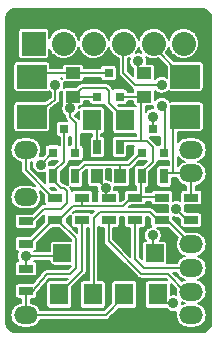
<source format=gtl>
G04 #@! TF.FileFunction,Copper,L1,Top,Mixed*
%FSLAX46Y46*%
G04 Gerber Fmt 4.6, Leading zero omitted, Abs format (unit mm)*
G04 Created by KiCad (PCBNEW 4.0.5) date Sat Mar 11 22:07:51 2017*
%MOMM*%
%LPD*%
G01*
G04 APERTURE LIST*
%ADD10C,0.101600*%
%ADD11O,2.000000X1.500000*%
%ADD12R,1.500000X1.500000*%
%ADD13O,2.032000X2.032000*%
%ADD14R,2.032000X2.032000*%
%ADD15R,2.500000X2.000000*%
%ADD16R,1.300000X0.700000*%
%ADD17R,0.700000X1.300000*%
%ADD18R,1.250000X1.000000*%
%ADD19R,0.800100X0.800100*%
%ADD20R,1.000000X1.250000*%
%ADD21R,1.597660X1.800860*%
%ADD22C,0.900000*%
%ADD23C,0.200000*%
G04 APERTURE END LIST*
D10*
D11*
X45000000Y-36250000D03*
X45000000Y-40250000D03*
X45000000Y-50250000D03*
X59000000Y-50250000D03*
X59000000Y-48250000D03*
X59000000Y-46250000D03*
X59000000Y-44250000D03*
X59000000Y-38250000D03*
X59000000Y-36250000D03*
D12*
X55900000Y-45000000D03*
X48100000Y-45000000D03*
D13*
X58350000Y-27250000D03*
X55810000Y-27250000D03*
X53270000Y-27250000D03*
D14*
X45650000Y-27250000D03*
D13*
X48190000Y-27250000D03*
X50730000Y-27250000D03*
D15*
X45500000Y-33450000D03*
X45500000Y-30050000D03*
X58500000Y-33450000D03*
X58500000Y-30050000D03*
D16*
X47500000Y-42200000D03*
X47500000Y-40300000D03*
X54250000Y-40300000D03*
X54250000Y-42200000D03*
X45000000Y-46300000D03*
X45000000Y-48200000D03*
X56500000Y-40300000D03*
X56500000Y-42200000D03*
D17*
X56700000Y-38500000D03*
X54800000Y-38500000D03*
D18*
X49000000Y-29750000D03*
X49000000Y-31750000D03*
X55000000Y-31750000D03*
X55000000Y-29750000D03*
D19*
X51050000Y-31750760D03*
X52950000Y-31750760D03*
X52000000Y-29751780D03*
D20*
X53000000Y-38500000D03*
X51000000Y-38500000D03*
D21*
X50580140Y-33750000D03*
X53419860Y-33750000D03*
X53330140Y-48500000D03*
X56169860Y-48500000D03*
X47830140Y-48500000D03*
X50669860Y-48500000D03*
D19*
X47300000Y-36500760D03*
X49200000Y-36500760D03*
X48250000Y-34501780D03*
X54800000Y-36500760D03*
X56700000Y-36500760D03*
X55750000Y-34501780D03*
D16*
X52000000Y-42200000D03*
X52000000Y-40300000D03*
X45000000Y-44200000D03*
X45000000Y-42300000D03*
D17*
X47300000Y-38500000D03*
X49200000Y-38500000D03*
X51050000Y-36000000D03*
X52950000Y-36000000D03*
D16*
X59000000Y-42200000D03*
X59000000Y-40300000D03*
X49750000Y-40300000D03*
X49750000Y-42200000D03*
D22*
X55750000Y-33500000D03*
X56500000Y-30750000D03*
X48750000Y-32750000D03*
X56500000Y-32500000D03*
X54500000Y-28750000D03*
X51750000Y-39500000D03*
X55750000Y-43500000D03*
X46250000Y-37500000D03*
X45000000Y-45250000D03*
X47500000Y-30750000D03*
X57750000Y-41250000D03*
X57500000Y-49250000D03*
D23*
X55750000Y-33500000D02*
X55750000Y-34500000D01*
X57000000Y-42250000D02*
X56250000Y-42250000D01*
X59000000Y-44250000D02*
X57000000Y-42250000D01*
X55500000Y-41500000D02*
X51250000Y-41500000D01*
X50750000Y-42000000D02*
X50750000Y-48250000D01*
X51250000Y-41500000D02*
X50750000Y-42000000D01*
X56250000Y-42250000D02*
X55500000Y-41500000D01*
X53250000Y-27500000D02*
X53250000Y-29750000D01*
X53250000Y-29750000D02*
X54250000Y-30750000D01*
X54250000Y-30750000D02*
X56500000Y-30750000D01*
X57500000Y-38250000D02*
X56750000Y-38250000D01*
X57500000Y-33500000D02*
X57500000Y-38250000D01*
X57500000Y-38250000D02*
X59000000Y-38250000D01*
X59000000Y-40250000D02*
X59000000Y-38250000D01*
X49250000Y-34000000D02*
X48750000Y-33500000D01*
X48750000Y-32750000D02*
X48750000Y-31750000D01*
X49250000Y-36500000D02*
X49250000Y-34000000D01*
X48750000Y-33500000D02*
X48750000Y-32750000D01*
X48750000Y-31750000D02*
X49000000Y-31750000D01*
X56750000Y-36500000D02*
X56750000Y-32750000D01*
X56750000Y-32750000D02*
X56500000Y-32500000D01*
X49000000Y-31750000D02*
X49750000Y-31000000D01*
X51750000Y-31000000D02*
X49750000Y-31000000D01*
X52000000Y-31250000D02*
X51750000Y-31000000D01*
X52000000Y-32250000D02*
X52000000Y-31250000D01*
X52000000Y-32250000D02*
X53250000Y-33500000D01*
X54500000Y-29750000D02*
X54500000Y-28750000D01*
X51750000Y-40250000D02*
X51750000Y-39500000D01*
X51750000Y-39500000D02*
X51000000Y-38750000D01*
X55750000Y-45000000D02*
X55750000Y-43500000D01*
X49000000Y-31750000D02*
X51000000Y-31750000D01*
X47250000Y-40250000D02*
X45000000Y-38000000D01*
X45000000Y-38000000D02*
X45000000Y-36250000D01*
X54250000Y-42250000D02*
X54250000Y-45500000D01*
X55000000Y-46250000D02*
X59000000Y-46250000D01*
X54250000Y-45500000D02*
X55000000Y-46250000D01*
X52000000Y-42250000D02*
X52000000Y-44000000D01*
X57000000Y-46750000D02*
X58500000Y-48250000D01*
X54750000Y-46750000D02*
X57000000Y-46750000D01*
X52000000Y-44000000D02*
X54750000Y-46750000D01*
X55750000Y-36000000D02*
X55250000Y-35500000D01*
X55250000Y-35500000D02*
X54750000Y-35500000D01*
X55750000Y-36000000D02*
X55750000Y-37250000D01*
X55750000Y-37250000D02*
X54750000Y-38250000D01*
X49750000Y-41000000D02*
X49750000Y-40250000D01*
X54750000Y-35500000D02*
X54750000Y-31750000D01*
X47750000Y-42250000D02*
X49250000Y-43750000D01*
X48750000Y-46750000D02*
X46750000Y-46750000D01*
X49250000Y-46250000D02*
X48750000Y-46750000D01*
X49250000Y-43750000D02*
X49250000Y-46250000D01*
X46750000Y-46750000D02*
X45500000Y-48250000D01*
X49750000Y-41000000D02*
X49000000Y-41000000D01*
X49000000Y-41000000D02*
X47750000Y-42250000D01*
X54750000Y-40250000D02*
X56500000Y-40250000D01*
X53000000Y-35500000D02*
X54750000Y-35500000D01*
X47750000Y-42250000D02*
X47250000Y-42250000D01*
X47250000Y-42250000D02*
X45250000Y-44250000D01*
X49750000Y-41000000D02*
X53250000Y-41000000D01*
X54750000Y-38250000D02*
X54750000Y-40250000D01*
X54750000Y-40250000D02*
X54000000Y-40250000D01*
X53250000Y-48750000D02*
X51750000Y-50250000D01*
X51750000Y-50250000D02*
X45500000Y-50250000D01*
X45000000Y-50250000D02*
X45000000Y-48250000D01*
X45000000Y-48250000D02*
X45500000Y-48250000D01*
X53000000Y-31750000D02*
X54750000Y-31750000D01*
X54000000Y-40250000D02*
X53250000Y-41000000D01*
X46250000Y-37500000D02*
X47250000Y-36500000D01*
X45000000Y-45250000D02*
X48000000Y-45250000D01*
X45000000Y-46250000D02*
X45000000Y-45250000D01*
X47500000Y-32000000D02*
X47500000Y-30750000D01*
X47500000Y-32000000D02*
X45500000Y-33500000D01*
X58250000Y-30000000D02*
X55750000Y-27500000D01*
X49000000Y-29750000D02*
X45500000Y-29750000D01*
X52000000Y-29750000D02*
X49000000Y-29750000D01*
X49250000Y-38250000D02*
X50000000Y-37500000D01*
X50000000Y-37500000D02*
X53000000Y-37500000D01*
X53000000Y-37500000D02*
X53000000Y-38750000D01*
X53000000Y-37500000D02*
X53750000Y-37500000D01*
X53750000Y-37500000D02*
X54750000Y-36500000D01*
X51000000Y-34000000D02*
X51000000Y-36000000D01*
X58750000Y-42250000D02*
X57750000Y-41250000D01*
X57500000Y-49250000D02*
X56250000Y-49250000D01*
X49750000Y-42250000D02*
X49750000Y-46500000D01*
X49750000Y-46500000D02*
X48000000Y-48250000D01*
X48250000Y-39500000D02*
X48000000Y-39500000D01*
X48500000Y-39750000D02*
X48250000Y-39500000D01*
X48500000Y-40750000D02*
X48500000Y-39750000D01*
X48000000Y-41250000D02*
X48500000Y-40750000D01*
X46500000Y-41250000D02*
X48000000Y-41250000D01*
X48000000Y-39500000D02*
X47500000Y-39000000D01*
X45250000Y-42500000D02*
X46500000Y-41250000D01*
X47500000Y-39000000D02*
X47500000Y-38000000D01*
X47500000Y-38000000D02*
X48250000Y-37250000D01*
X48250000Y-37250000D02*
X48250000Y-34500000D01*
G36*
X60125928Y-24364026D02*
X60247056Y-24400597D01*
X60358775Y-24459999D01*
X60456831Y-24539971D01*
X60537484Y-24637464D01*
X60597662Y-24748762D01*
X60635079Y-24869636D01*
X60650000Y-25011595D01*
X60650000Y-50982878D01*
X60635974Y-51125927D01*
X60599403Y-51247055D01*
X60540000Y-51358777D01*
X60460029Y-51456831D01*
X60362536Y-51537484D01*
X60251239Y-51597662D01*
X60130363Y-51635079D01*
X59988405Y-51650000D01*
X44017122Y-51650000D01*
X43874073Y-51635974D01*
X43752945Y-51599403D01*
X43641223Y-51540000D01*
X43543169Y-51460029D01*
X43462516Y-51362536D01*
X43402338Y-51251239D01*
X43364921Y-51130363D01*
X43350000Y-50988405D01*
X43350000Y-36242670D01*
X43693736Y-36242670D01*
X43712308Y-36446750D01*
X43770167Y-36643337D01*
X43865107Y-36824941D01*
X43993514Y-36984647D01*
X44150495Y-37116369D01*
X44330071Y-37215092D01*
X44525403Y-37277055D01*
X44600000Y-37285423D01*
X44600000Y-38000000D01*
X44603607Y-38036784D01*
X44606826Y-38073580D01*
X44607413Y-38075599D01*
X44607618Y-38077694D01*
X44618301Y-38113077D01*
X44628606Y-38148547D01*
X44629574Y-38150415D01*
X44630182Y-38152428D01*
X44647531Y-38185058D01*
X44664532Y-38217855D01*
X44665844Y-38219498D01*
X44666832Y-38221357D01*
X44690193Y-38250000D01*
X44713236Y-38278866D01*
X44716124Y-38281796D01*
X44716172Y-38281854D01*
X44716226Y-38281899D01*
X44717157Y-38282843D01*
X45779411Y-39345096D01*
X45669929Y-39284908D01*
X45474597Y-39222945D01*
X45270950Y-39200102D01*
X45256290Y-39200000D01*
X44743710Y-39200000D01*
X44539764Y-39219997D01*
X44343586Y-39279227D01*
X44162649Y-39375433D01*
X44003844Y-39504951D01*
X43873221Y-39662847D01*
X43775754Y-39843109D01*
X43715156Y-40038868D01*
X43693736Y-40242670D01*
X43712308Y-40446750D01*
X43770167Y-40643337D01*
X43865107Y-40824941D01*
X43993514Y-40984647D01*
X44150495Y-41116369D01*
X44330071Y-41215092D01*
X44525403Y-41277055D01*
X44729050Y-41299898D01*
X44743710Y-41300000D01*
X45256290Y-41300000D01*
X45460236Y-41280003D01*
X45656414Y-41220773D01*
X45837351Y-41124567D01*
X45996156Y-40995049D01*
X46126779Y-40837153D01*
X46224246Y-40656891D01*
X46284844Y-40461132D01*
X46306264Y-40257330D01*
X46287692Y-40053250D01*
X46229833Y-39856663D01*
X46162849Y-39728535D01*
X46548549Y-40114234D01*
X46548549Y-40650000D01*
X46552359Y-40697774D01*
X46577452Y-40778803D01*
X46624126Y-40849634D01*
X46624555Y-40850000D01*
X46500000Y-40850000D01*
X46463216Y-40853607D01*
X46426420Y-40856826D01*
X46424401Y-40857413D01*
X46422306Y-40857618D01*
X46386923Y-40868301D01*
X46351453Y-40878606D01*
X46349585Y-40879574D01*
X46347572Y-40880182D01*
X46314942Y-40897531D01*
X46282145Y-40914532D01*
X46280502Y-40915844D01*
X46278643Y-40916832D01*
X46249989Y-40940202D01*
X46221134Y-40963236D01*
X46218204Y-40966124D01*
X46218146Y-40966172D01*
X46218101Y-40966226D01*
X46217157Y-40967157D01*
X45535765Y-41648549D01*
X44350000Y-41648549D01*
X44302226Y-41652359D01*
X44221197Y-41677452D01*
X44150366Y-41724126D01*
X44095343Y-41788685D01*
X44060484Y-41866018D01*
X44048549Y-41950000D01*
X44048549Y-42650000D01*
X44052359Y-42697774D01*
X44077452Y-42778803D01*
X44124126Y-42849634D01*
X44188685Y-42904657D01*
X44266018Y-42939516D01*
X44350000Y-42951451D01*
X45650000Y-42951451D01*
X45697774Y-42947641D01*
X45778803Y-42922548D01*
X45849634Y-42875874D01*
X45904657Y-42811315D01*
X45939516Y-42733982D01*
X45951451Y-42650000D01*
X45951451Y-42364235D01*
X46569361Y-41746325D01*
X46560484Y-41766018D01*
X46548549Y-41850000D01*
X46548549Y-42385765D01*
X45385765Y-43548549D01*
X44350000Y-43548549D01*
X44302226Y-43552359D01*
X44221197Y-43577452D01*
X44150366Y-43624126D01*
X44095343Y-43688685D01*
X44060484Y-43766018D01*
X44048549Y-43850000D01*
X44048549Y-44550000D01*
X44052359Y-44597774D01*
X44077452Y-44678803D01*
X44124126Y-44749634D01*
X44188685Y-44804657D01*
X44266018Y-44839516D01*
X44350000Y-44851451D01*
X44363887Y-44851451D01*
X44339590Y-44886936D01*
X44281648Y-45022125D01*
X44251068Y-45165994D01*
X44249014Y-45313062D01*
X44275565Y-45457728D01*
X44329710Y-45594482D01*
X44364554Y-45648549D01*
X44350000Y-45648549D01*
X44302226Y-45652359D01*
X44221197Y-45677452D01*
X44150366Y-45724126D01*
X44095343Y-45788685D01*
X44060484Y-45866018D01*
X44048549Y-45950000D01*
X44048549Y-46650000D01*
X44052359Y-46697774D01*
X44077452Y-46778803D01*
X44124126Y-46849634D01*
X44188685Y-46904657D01*
X44266018Y-46939516D01*
X44350000Y-46951451D01*
X45650000Y-46951451D01*
X45697774Y-46947641D01*
X45778803Y-46922548D01*
X45849634Y-46875874D01*
X45904657Y-46811315D01*
X45939516Y-46733982D01*
X45951451Y-46650000D01*
X45951451Y-45950000D01*
X45947641Y-45902226D01*
X45922548Y-45821197D01*
X45875874Y-45750366D01*
X45811315Y-45695343D01*
X45733982Y-45660484D01*
X45660210Y-45650000D01*
X47048549Y-45650000D01*
X47048549Y-45750000D01*
X47052359Y-45797774D01*
X47077452Y-45878803D01*
X47124126Y-45949634D01*
X47188685Y-46004657D01*
X47266018Y-46039516D01*
X47350000Y-46051451D01*
X48850000Y-46051451D01*
X48850000Y-46084314D01*
X48584314Y-46350000D01*
X46750000Y-46350000D01*
X46734011Y-46351568D01*
X46717959Y-46351286D01*
X46695268Y-46355367D01*
X46672306Y-46357618D01*
X46656927Y-46362261D01*
X46641125Y-46365103D01*
X46619653Y-46373515D01*
X46597572Y-46380182D01*
X46583394Y-46387721D01*
X46568438Y-46393580D01*
X46549003Y-46406006D01*
X46528643Y-46416832D01*
X46516200Y-46426980D01*
X46502667Y-46435633D01*
X46486018Y-46451596D01*
X46468146Y-46466172D01*
X46457908Y-46478547D01*
X46446317Y-46489661D01*
X46442711Y-46493927D01*
X45563859Y-47548549D01*
X44350000Y-47548549D01*
X44302226Y-47552359D01*
X44221197Y-47577452D01*
X44150366Y-47624126D01*
X44095343Y-47688685D01*
X44060484Y-47766018D01*
X44048549Y-47850000D01*
X44048549Y-48550000D01*
X44052359Y-48597774D01*
X44077452Y-48678803D01*
X44124126Y-48749634D01*
X44188685Y-48804657D01*
X44266018Y-48839516D01*
X44350000Y-48851451D01*
X44600000Y-48851451D01*
X44600000Y-49214091D01*
X44539764Y-49219997D01*
X44343586Y-49279227D01*
X44162649Y-49375433D01*
X44003844Y-49504951D01*
X43873221Y-49662847D01*
X43775754Y-49843109D01*
X43715156Y-50038868D01*
X43693736Y-50242670D01*
X43712308Y-50446750D01*
X43770167Y-50643337D01*
X43865107Y-50824941D01*
X43993514Y-50984647D01*
X44150495Y-51116369D01*
X44330071Y-51215092D01*
X44525403Y-51277055D01*
X44729050Y-51299898D01*
X44743710Y-51300000D01*
X45256290Y-51300000D01*
X45460236Y-51280003D01*
X45656414Y-51220773D01*
X45837351Y-51124567D01*
X45996156Y-50995049D01*
X46126779Y-50837153D01*
X46224246Y-50656891D01*
X46226379Y-50650000D01*
X51750000Y-50650000D01*
X51786784Y-50646393D01*
X51823580Y-50643174D01*
X51825599Y-50642587D01*
X51827694Y-50642382D01*
X51863077Y-50631699D01*
X51898547Y-50621394D01*
X51900415Y-50620426D01*
X51902428Y-50619818D01*
X51935058Y-50602469D01*
X51967855Y-50585468D01*
X51969498Y-50584156D01*
X51971357Y-50583168D01*
X52000011Y-50559798D01*
X52028866Y-50536764D01*
X52031796Y-50533876D01*
X52031854Y-50533828D01*
X52031899Y-50533774D01*
X52032843Y-50532843D01*
X52863804Y-49701881D01*
X54128970Y-49701881D01*
X54176744Y-49698071D01*
X54257773Y-49672978D01*
X54328604Y-49626304D01*
X54383627Y-49561745D01*
X54418486Y-49484412D01*
X54430421Y-49400430D01*
X54430421Y-47599570D01*
X54426611Y-47551796D01*
X54401518Y-47470767D01*
X54354844Y-47399936D01*
X54290285Y-47344913D01*
X54212952Y-47310054D01*
X54128970Y-47298119D01*
X52531310Y-47298119D01*
X52483536Y-47301929D01*
X52402507Y-47327022D01*
X52331676Y-47373696D01*
X52276653Y-47438255D01*
X52241794Y-47515588D01*
X52229859Y-47599570D01*
X52229859Y-49204456D01*
X51584314Y-49850000D01*
X46226350Y-49850000D01*
X46134893Y-49675059D01*
X46006486Y-49515353D01*
X45849505Y-49383631D01*
X45669929Y-49284908D01*
X45474597Y-49222945D01*
X45400000Y-49214577D01*
X45400000Y-48851451D01*
X45650000Y-48851451D01*
X45697774Y-48847641D01*
X45778803Y-48822548D01*
X45849634Y-48775874D01*
X45904657Y-48711315D01*
X45939516Y-48633982D01*
X45951451Y-48550000D01*
X45951451Y-48333079D01*
X46937350Y-47150000D01*
X48534314Y-47150000D01*
X48386195Y-47298119D01*
X47031310Y-47298119D01*
X46983536Y-47301929D01*
X46902507Y-47327022D01*
X46831676Y-47373696D01*
X46776653Y-47438255D01*
X46741794Y-47515588D01*
X46729859Y-47599570D01*
X46729859Y-49400430D01*
X46733669Y-49448204D01*
X46758762Y-49529233D01*
X46805436Y-49600064D01*
X46869995Y-49655087D01*
X46947328Y-49689946D01*
X47031310Y-49701881D01*
X48628970Y-49701881D01*
X48676744Y-49698071D01*
X48757773Y-49672978D01*
X48828604Y-49626304D01*
X48883627Y-49561745D01*
X48918486Y-49484412D01*
X48930421Y-49400430D01*
X48930421Y-47885265D01*
X50032843Y-46782843D01*
X50056323Y-46754258D01*
X50080045Y-46725987D01*
X50081058Y-46724145D01*
X50082394Y-46722518D01*
X50099858Y-46689947D01*
X50117654Y-46657577D01*
X50118290Y-46655571D01*
X50119284Y-46653718D01*
X50130088Y-46618380D01*
X50141259Y-46583165D01*
X50141493Y-46581076D01*
X50142109Y-46579062D01*
X50145847Y-46542263D01*
X50149961Y-46505585D01*
X50149990Y-46501478D01*
X50149998Y-46501396D01*
X50149991Y-46501320D01*
X50150000Y-46500000D01*
X50150000Y-42851451D01*
X50350000Y-42851451D01*
X50350000Y-47298119D01*
X49871030Y-47298119D01*
X49823256Y-47301929D01*
X49742227Y-47327022D01*
X49671396Y-47373696D01*
X49616373Y-47438255D01*
X49581514Y-47515588D01*
X49569579Y-47599570D01*
X49569579Y-49400430D01*
X49573389Y-49448204D01*
X49598482Y-49529233D01*
X49645156Y-49600064D01*
X49709715Y-49655087D01*
X49787048Y-49689946D01*
X49871030Y-49701881D01*
X51468690Y-49701881D01*
X51516464Y-49698071D01*
X51597493Y-49672978D01*
X51668324Y-49626304D01*
X51723347Y-49561745D01*
X51758206Y-49484412D01*
X51770141Y-49400430D01*
X51770141Y-47599570D01*
X51766331Y-47551796D01*
X51741238Y-47470767D01*
X51694564Y-47399936D01*
X51630005Y-47344913D01*
X51552672Y-47310054D01*
X51468690Y-47298119D01*
X51150000Y-47298119D01*
X51150000Y-42771686D01*
X51188685Y-42804657D01*
X51266018Y-42839516D01*
X51350000Y-42851451D01*
X51600000Y-42851451D01*
X51600000Y-44000000D01*
X51603607Y-44036784D01*
X51606826Y-44073580D01*
X51607413Y-44075599D01*
X51607618Y-44077694D01*
X51618301Y-44113077D01*
X51628606Y-44148547D01*
X51629574Y-44150415D01*
X51630182Y-44152428D01*
X51647531Y-44185058D01*
X51664532Y-44217855D01*
X51665844Y-44219498D01*
X51666832Y-44221357D01*
X51690193Y-44250000D01*
X51713236Y-44278866D01*
X51716124Y-44281796D01*
X51716172Y-44281854D01*
X51716226Y-44281899D01*
X51717157Y-44282843D01*
X54467157Y-47032843D01*
X54495742Y-47056323D01*
X54524013Y-47080045D01*
X54525855Y-47081058D01*
X54527482Y-47082394D01*
X54560018Y-47099839D01*
X54592423Y-47117654D01*
X54594433Y-47118292D01*
X54596282Y-47119283D01*
X54631546Y-47130064D01*
X54666835Y-47141259D01*
X54668928Y-47141494D01*
X54670937Y-47142108D01*
X54707647Y-47145837D01*
X54744415Y-47149961D01*
X54748533Y-47149990D01*
X54748604Y-47149997D01*
X54748670Y-47149991D01*
X54750000Y-47150000D01*
X56834314Y-47150000D01*
X56984710Y-47300396D01*
X56968690Y-47298119D01*
X55371030Y-47298119D01*
X55323256Y-47301929D01*
X55242227Y-47327022D01*
X55171396Y-47373696D01*
X55116373Y-47438255D01*
X55081514Y-47515588D01*
X55069579Y-47599570D01*
X55069579Y-49400430D01*
X55073389Y-49448204D01*
X55098482Y-49529233D01*
X55145156Y-49600064D01*
X55209715Y-49655087D01*
X55287048Y-49689946D01*
X55371030Y-49701881D01*
X56898924Y-49701881D01*
X56909386Y-49718115D01*
X57011558Y-49823917D01*
X57132335Y-49907859D01*
X57267116Y-49966744D01*
X57410767Y-49998328D01*
X57557818Y-50001408D01*
X57702666Y-49975867D01*
X57739024Y-49961765D01*
X57715156Y-50038868D01*
X57693736Y-50242670D01*
X57712308Y-50446750D01*
X57770167Y-50643337D01*
X57865107Y-50824941D01*
X57993514Y-50984647D01*
X58150495Y-51116369D01*
X58330071Y-51215092D01*
X58525403Y-51277055D01*
X58729050Y-51299898D01*
X58743710Y-51300000D01*
X59256290Y-51300000D01*
X59460236Y-51280003D01*
X59656414Y-51220773D01*
X59837351Y-51124567D01*
X59996156Y-50995049D01*
X60126779Y-50837153D01*
X60224246Y-50656891D01*
X60284844Y-50461132D01*
X60306264Y-50257330D01*
X60287692Y-50053250D01*
X60229833Y-49856663D01*
X60134893Y-49675059D01*
X60006486Y-49515353D01*
X59849505Y-49383631D01*
X59669929Y-49284908D01*
X59559751Y-49249957D01*
X59656414Y-49220773D01*
X59837351Y-49124567D01*
X59996156Y-48995049D01*
X60126779Y-48837153D01*
X60224246Y-48656891D01*
X60284844Y-48461132D01*
X60306264Y-48257330D01*
X60287692Y-48053250D01*
X60229833Y-47856663D01*
X60134893Y-47675059D01*
X60006486Y-47515353D01*
X59849505Y-47383631D01*
X59669929Y-47284908D01*
X59559751Y-47249957D01*
X59656414Y-47220773D01*
X59837351Y-47124567D01*
X59996156Y-46995049D01*
X60126779Y-46837153D01*
X60224246Y-46656891D01*
X60284844Y-46461132D01*
X60306264Y-46257330D01*
X60287692Y-46053250D01*
X60229833Y-45856663D01*
X60134893Y-45675059D01*
X60006486Y-45515353D01*
X59849505Y-45383631D01*
X59669929Y-45284908D01*
X59559751Y-45249957D01*
X59656414Y-45220773D01*
X59837351Y-45124567D01*
X59996156Y-44995049D01*
X60126779Y-44837153D01*
X60224246Y-44656891D01*
X60284844Y-44461132D01*
X60306264Y-44257330D01*
X60287692Y-44053250D01*
X60229833Y-43856663D01*
X60134893Y-43675059D01*
X60006486Y-43515353D01*
X59849505Y-43383631D01*
X59669929Y-43284908D01*
X59474597Y-43222945D01*
X59270950Y-43200102D01*
X59256290Y-43200000D01*
X58743710Y-43200000D01*
X58539764Y-43219997D01*
X58536629Y-43220943D01*
X57451451Y-42135765D01*
X57451451Y-41938055D01*
X57517116Y-41966744D01*
X57660767Y-41998328D01*
X57807818Y-42001408D01*
X57916550Y-41982235D01*
X58048549Y-42114234D01*
X58048549Y-42550000D01*
X58052359Y-42597774D01*
X58077452Y-42678803D01*
X58124126Y-42749634D01*
X58188685Y-42804657D01*
X58266018Y-42839516D01*
X58350000Y-42851451D01*
X59650000Y-42851451D01*
X59697774Y-42847641D01*
X59778803Y-42822548D01*
X59849634Y-42775874D01*
X59904657Y-42711315D01*
X59939516Y-42633982D01*
X59951451Y-42550000D01*
X59951451Y-41850000D01*
X59947641Y-41802226D01*
X59922548Y-41721197D01*
X59875874Y-41650366D01*
X59811315Y-41595343D01*
X59733982Y-41560484D01*
X59650000Y-41548549D01*
X58614234Y-41548549D01*
X58481478Y-41415793D01*
X58497686Y-41344455D01*
X58500032Y-41176459D01*
X58471464Y-41032177D01*
X58438191Y-40951451D01*
X59650000Y-40951451D01*
X59697774Y-40947641D01*
X59778803Y-40922548D01*
X59849634Y-40875874D01*
X59904657Y-40811315D01*
X59939516Y-40733982D01*
X59951451Y-40650000D01*
X59951451Y-39950000D01*
X59947641Y-39902226D01*
X59922548Y-39821197D01*
X59875874Y-39750366D01*
X59811315Y-39695343D01*
X59733982Y-39660484D01*
X59650000Y-39648549D01*
X59400000Y-39648549D01*
X59400000Y-39285909D01*
X59460236Y-39280003D01*
X59656414Y-39220773D01*
X59837351Y-39124567D01*
X59996156Y-38995049D01*
X60126779Y-38837153D01*
X60224246Y-38656891D01*
X60284844Y-38461132D01*
X60306264Y-38257330D01*
X60287692Y-38053250D01*
X60229833Y-37856663D01*
X60134893Y-37675059D01*
X60006486Y-37515353D01*
X59849505Y-37383631D01*
X59669929Y-37284908D01*
X59559751Y-37249957D01*
X59656414Y-37220773D01*
X59837351Y-37124567D01*
X59996156Y-36995049D01*
X60126779Y-36837153D01*
X60224246Y-36656891D01*
X60284844Y-36461132D01*
X60306264Y-36257330D01*
X60287692Y-36053250D01*
X60229833Y-35856663D01*
X60134893Y-35675059D01*
X60006486Y-35515353D01*
X59849505Y-35383631D01*
X59669929Y-35284908D01*
X59474597Y-35222945D01*
X59270950Y-35200102D01*
X59256290Y-35200000D01*
X58743710Y-35200000D01*
X58539764Y-35219997D01*
X58343586Y-35279227D01*
X58162649Y-35375433D01*
X58003844Y-35504951D01*
X57900000Y-35630477D01*
X57900000Y-34751451D01*
X59750000Y-34751451D01*
X59797774Y-34747641D01*
X59878803Y-34722548D01*
X59949634Y-34675874D01*
X60004657Y-34611315D01*
X60039516Y-34533982D01*
X60051451Y-34450000D01*
X60051451Y-32450000D01*
X60047641Y-32402226D01*
X60022548Y-32321197D01*
X59975874Y-32250366D01*
X59911315Y-32195343D01*
X59833982Y-32160484D01*
X59750000Y-32148549D01*
X57250000Y-32148549D01*
X57202226Y-32152359D01*
X57171836Y-32161770D01*
X57165415Y-32146193D01*
X57084021Y-32023684D01*
X56980381Y-31919319D01*
X56858444Y-31837071D01*
X56722854Y-31780075D01*
X56578776Y-31750499D01*
X56431697Y-31749473D01*
X56287219Y-31777033D01*
X56150847Y-31832131D01*
X56027773Y-31912668D01*
X55926451Y-32011891D01*
X55926451Y-31250000D01*
X55925215Y-31234507D01*
X56011558Y-31323917D01*
X56132335Y-31407859D01*
X56267116Y-31466744D01*
X56410767Y-31498328D01*
X56557818Y-31501408D01*
X56702666Y-31475867D01*
X56839794Y-31422679D01*
X56963980Y-31343868D01*
X57044606Y-31267089D01*
X57088685Y-31304657D01*
X57166018Y-31339516D01*
X57250000Y-31351451D01*
X59750000Y-31351451D01*
X59797774Y-31347641D01*
X59878803Y-31322548D01*
X59949634Y-31275874D01*
X60004657Y-31211315D01*
X60039516Y-31133982D01*
X60051451Y-31050000D01*
X60051451Y-29050000D01*
X60047641Y-29002226D01*
X60022548Y-28921197D01*
X59975874Y-28850366D01*
X59911315Y-28795343D01*
X59833982Y-28760484D01*
X59750000Y-28748549D01*
X57564235Y-28748549D01*
X56859213Y-28043527D01*
X56895849Y-27999865D01*
X57019582Y-27774796D01*
X57080465Y-27582868D01*
X57083714Y-27593630D01*
X57082132Y-27602680D01*
X57101709Y-27653231D01*
X57133297Y-27757857D01*
X57166170Y-27819681D01*
X57175298Y-27843252D01*
X57196213Y-27876183D01*
X57253876Y-27984631D01*
X57304546Y-28046758D01*
X57313607Y-28061026D01*
X57331287Y-28079546D01*
X57416205Y-28183667D01*
X57485048Y-28240619D01*
X57491744Y-28247633D01*
X57503546Y-28255921D01*
X57614102Y-28347381D01*
X57699607Y-28393614D01*
X57702864Y-28395901D01*
X57708179Y-28398248D01*
X57840029Y-28469540D01*
X57938839Y-28500127D01*
X57938853Y-28500133D01*
X57939155Y-28500225D01*
X58085381Y-28545489D01*
X58340813Y-28572336D01*
X58596594Y-28549058D01*
X58702625Y-28517851D01*
X58702679Y-28517861D01*
X58705551Y-28516990D01*
X58842982Y-28476542D01*
X59070593Y-28357550D01*
X59200717Y-28252927D01*
X59208256Y-28247633D01*
X59211405Y-28244334D01*
X59270757Y-28196614D01*
X59370987Y-28077164D01*
X59386393Y-28061026D01*
X59392197Y-28051888D01*
X59435849Y-27999865D01*
X59504208Y-27875521D01*
X59524702Y-27843252D01*
X59531266Y-27826302D01*
X59559582Y-27774796D01*
X59597481Y-27655324D01*
X59617868Y-27602680D01*
X59616558Y-27595186D01*
X59637242Y-27529980D01*
X59665872Y-27274742D01*
X59666000Y-27256368D01*
X59666000Y-27243632D01*
X59640937Y-26988020D01*
X59616286Y-26906370D01*
X59617868Y-26897320D01*
X59598291Y-26846769D01*
X59566703Y-26742143D01*
X59533830Y-26680319D01*
X59524702Y-26656748D01*
X59503787Y-26623817D01*
X59446124Y-26515369D01*
X59395454Y-26453242D01*
X59386393Y-26438974D01*
X59368713Y-26420454D01*
X59283795Y-26316333D01*
X59214952Y-26259381D01*
X59208256Y-26252367D01*
X59196454Y-26244079D01*
X59085898Y-26152619D01*
X59000393Y-26106386D01*
X58997136Y-26104099D01*
X58991821Y-26101752D01*
X58859971Y-26030460D01*
X58761161Y-25999873D01*
X58761147Y-25999867D01*
X58760845Y-25999775D01*
X58614619Y-25954511D01*
X58359187Y-25927664D01*
X58103406Y-25950942D01*
X57997375Y-25982149D01*
X57997321Y-25982139D01*
X57994449Y-25983010D01*
X57857018Y-26023458D01*
X57629407Y-26142450D01*
X57499283Y-26247073D01*
X57491744Y-26252367D01*
X57488595Y-26255666D01*
X57429243Y-26303386D01*
X57329013Y-26422836D01*
X57313607Y-26438974D01*
X57307803Y-26448112D01*
X57264151Y-26500135D01*
X57195792Y-26624479D01*
X57175298Y-26656748D01*
X57168734Y-26673698D01*
X57140418Y-26725204D01*
X57102519Y-26844676D01*
X57082132Y-26897320D01*
X57083442Y-26904814D01*
X57079535Y-26917132D01*
X57026703Y-26742143D01*
X56906124Y-26515369D01*
X56743795Y-26316333D01*
X56545898Y-26152619D01*
X56319971Y-26030460D01*
X56074619Y-25954511D01*
X55819187Y-25927664D01*
X55563406Y-25950942D01*
X55317018Y-26023458D01*
X55089407Y-26142450D01*
X54889243Y-26303386D01*
X54724151Y-26500135D01*
X54600418Y-26725204D01*
X54539535Y-26917132D01*
X54486703Y-26742143D01*
X54366124Y-26515369D01*
X54203795Y-26316333D01*
X54005898Y-26152619D01*
X53779971Y-26030460D01*
X53534619Y-25954511D01*
X53279187Y-25927664D01*
X53023406Y-25950942D01*
X52777018Y-26023458D01*
X52549407Y-26142450D01*
X52349243Y-26303386D01*
X52184151Y-26500135D01*
X52060418Y-26725204D01*
X51999535Y-26917132D01*
X51946703Y-26742143D01*
X51826124Y-26515369D01*
X51663795Y-26316333D01*
X51465898Y-26152619D01*
X51239971Y-26030460D01*
X50994619Y-25954511D01*
X50739187Y-25927664D01*
X50483406Y-25950942D01*
X50237018Y-26023458D01*
X50009407Y-26142450D01*
X49809243Y-26303386D01*
X49644151Y-26500135D01*
X49520418Y-26725204D01*
X49459535Y-26917132D01*
X49456286Y-26906370D01*
X49457868Y-26897320D01*
X49438291Y-26846769D01*
X49406703Y-26742143D01*
X49373830Y-26680319D01*
X49364702Y-26656748D01*
X49343787Y-26623817D01*
X49286124Y-26515369D01*
X49235454Y-26453242D01*
X49226393Y-26438974D01*
X49208713Y-26420454D01*
X49123795Y-26316333D01*
X49054952Y-26259381D01*
X49048256Y-26252367D01*
X49036454Y-26244079D01*
X48925898Y-26152619D01*
X48840393Y-26106386D01*
X48837136Y-26104099D01*
X48831821Y-26101752D01*
X48699971Y-26030460D01*
X48601161Y-25999873D01*
X48601147Y-25999867D01*
X48600845Y-25999775D01*
X48454619Y-25954511D01*
X48199187Y-25927664D01*
X47943406Y-25950942D01*
X47837375Y-25982149D01*
X47837321Y-25982139D01*
X47834449Y-25983010D01*
X47697018Y-26023458D01*
X47469407Y-26142450D01*
X47339283Y-26247073D01*
X47331744Y-26252367D01*
X47328595Y-26255666D01*
X47269243Y-26303386D01*
X47169013Y-26422836D01*
X47153607Y-26438974D01*
X47147803Y-26448112D01*
X47104151Y-26500135D01*
X47035792Y-26624479D01*
X47015298Y-26656748D01*
X47008734Y-26673698D01*
X46980418Y-26725204D01*
X46967451Y-26766081D01*
X46967451Y-26234000D01*
X46963641Y-26186226D01*
X46938548Y-26105197D01*
X46891874Y-26034366D01*
X46827315Y-25979343D01*
X46749982Y-25944484D01*
X46666000Y-25932549D01*
X44634000Y-25932549D01*
X44586226Y-25936359D01*
X44505197Y-25961452D01*
X44434366Y-26008126D01*
X44379343Y-26072685D01*
X44344484Y-26150018D01*
X44332549Y-26234000D01*
X44332549Y-28266000D01*
X44336359Y-28313774D01*
X44361452Y-28394803D01*
X44408126Y-28465634D01*
X44472685Y-28520657D01*
X44550018Y-28555516D01*
X44634000Y-28567451D01*
X46666000Y-28567451D01*
X46713774Y-28563641D01*
X46794803Y-28538548D01*
X46865634Y-28491874D01*
X46920657Y-28427315D01*
X46955516Y-28349982D01*
X46967451Y-28266000D01*
X46967451Y-27738494D01*
X46973297Y-27757857D01*
X47006170Y-27819681D01*
X47015298Y-27843252D01*
X47036213Y-27876183D01*
X47093876Y-27984631D01*
X47144546Y-28046758D01*
X47153607Y-28061026D01*
X47171287Y-28079546D01*
X47256205Y-28183667D01*
X47325048Y-28240619D01*
X47331744Y-28247633D01*
X47343546Y-28255921D01*
X47454102Y-28347381D01*
X47539607Y-28393614D01*
X47542864Y-28395901D01*
X47548179Y-28398248D01*
X47680029Y-28469540D01*
X47778839Y-28500127D01*
X47778853Y-28500133D01*
X47779155Y-28500225D01*
X47925381Y-28545489D01*
X48180813Y-28572336D01*
X48436594Y-28549058D01*
X48542625Y-28517851D01*
X48542679Y-28517861D01*
X48545551Y-28516990D01*
X48682982Y-28476542D01*
X48910593Y-28357550D01*
X49040717Y-28252927D01*
X49048256Y-28247633D01*
X49051405Y-28244334D01*
X49110757Y-28196614D01*
X49210987Y-28077164D01*
X49226393Y-28061026D01*
X49232197Y-28051888D01*
X49275849Y-27999865D01*
X49344208Y-27875521D01*
X49364702Y-27843252D01*
X49371266Y-27826302D01*
X49399582Y-27774796D01*
X49437481Y-27655324D01*
X49457868Y-27602680D01*
X49456558Y-27595186D01*
X49460465Y-27582868D01*
X49513297Y-27757857D01*
X49633876Y-27984631D01*
X49796205Y-28183667D01*
X49994102Y-28347381D01*
X50220029Y-28469540D01*
X50465381Y-28545489D01*
X50720813Y-28572336D01*
X50976594Y-28549058D01*
X51222982Y-28476542D01*
X51450593Y-28357550D01*
X51650757Y-28196614D01*
X51815849Y-27999865D01*
X51939582Y-27774796D01*
X52000465Y-27582868D01*
X52053297Y-27757857D01*
X52173876Y-27984631D01*
X52336205Y-28183667D01*
X52534102Y-28347381D01*
X52760029Y-28469540D01*
X52850000Y-28497391D01*
X52850000Y-29750000D01*
X52853607Y-29786784D01*
X52856826Y-29823580D01*
X52857413Y-29825599D01*
X52857618Y-29827694D01*
X52868301Y-29863077D01*
X52878606Y-29898547D01*
X52879574Y-29900415D01*
X52880182Y-29902428D01*
X52897531Y-29935058D01*
X52914532Y-29967855D01*
X52915844Y-29969498D01*
X52916832Y-29971357D01*
X52940202Y-30000011D01*
X52963236Y-30028866D01*
X52966124Y-30031796D01*
X52966172Y-30031854D01*
X52966226Y-30031899D01*
X52967157Y-30032843D01*
X53967158Y-31032843D01*
X53995718Y-31056302D01*
X54024013Y-31080045D01*
X54025855Y-31081058D01*
X54027482Y-31082394D01*
X54060053Y-31099858D01*
X54092423Y-31117654D01*
X54094429Y-31118290D01*
X54096282Y-31119284D01*
X54105306Y-31122043D01*
X54085484Y-31166018D01*
X54073549Y-31250000D01*
X54073549Y-31350000D01*
X53651444Y-31350000D01*
X53647691Y-31302936D01*
X53622598Y-31221907D01*
X53575924Y-31151076D01*
X53511365Y-31096053D01*
X53434032Y-31061194D01*
X53350050Y-31049259D01*
X52549950Y-31049259D01*
X52502176Y-31053069D01*
X52421147Y-31078162D01*
X52373709Y-31109421D01*
X52371394Y-31101453D01*
X52370426Y-31099585D01*
X52369818Y-31097572D01*
X52352479Y-31064963D01*
X52335468Y-31032144D01*
X52334155Y-31030499D01*
X52333168Y-31028643D01*
X52309816Y-31000011D01*
X52286764Y-30971134D01*
X52283879Y-30968209D01*
X52283828Y-30968146D01*
X52283770Y-30968098D01*
X52282842Y-30967157D01*
X52032843Y-30717157D01*
X52004258Y-30693677D01*
X51975987Y-30669955D01*
X51974145Y-30668942D01*
X51972518Y-30667606D01*
X51939947Y-30650142D01*
X51907577Y-30632346D01*
X51905571Y-30631710D01*
X51903718Y-30630716D01*
X51868421Y-30619925D01*
X51833165Y-30608741D01*
X51831071Y-30608506D01*
X51829062Y-30607892D01*
X51792313Y-30604159D01*
X51755585Y-30600039D01*
X51751478Y-30600010D01*
X51751396Y-30600002D01*
X51751320Y-30600009D01*
X51750000Y-30600000D01*
X49750000Y-30600000D01*
X49713216Y-30603607D01*
X49676420Y-30606826D01*
X49674401Y-30607413D01*
X49672306Y-30607618D01*
X49636923Y-30618301D01*
X49601453Y-30628606D01*
X49599585Y-30629574D01*
X49597572Y-30630182D01*
X49564942Y-30647531D01*
X49532145Y-30664532D01*
X49530502Y-30665844D01*
X49528643Y-30666832D01*
X49499989Y-30690202D01*
X49471134Y-30713236D01*
X49468204Y-30716124D01*
X49468146Y-30716172D01*
X49468101Y-30716226D01*
X49467157Y-30717157D01*
X49235765Y-30948549D01*
X48375000Y-30948549D01*
X48327226Y-30952359D01*
X48246197Y-30977452D01*
X48208761Y-31002121D01*
X48215100Y-30987882D01*
X48247686Y-30844455D01*
X48250032Y-30676459D01*
X48221464Y-30532177D01*
X48208191Y-30499975D01*
X48213685Y-30504657D01*
X48291018Y-30539516D01*
X48375000Y-30551451D01*
X49625000Y-30551451D01*
X49672774Y-30547641D01*
X49753803Y-30522548D01*
X49824634Y-30475874D01*
X49879657Y-30411315D01*
X49914516Y-30333982D01*
X49926451Y-30250000D01*
X49926451Y-30150000D01*
X51298499Y-30150000D01*
X51298499Y-30151830D01*
X51302309Y-30199604D01*
X51327402Y-30280633D01*
X51374076Y-30351464D01*
X51438635Y-30406487D01*
X51515968Y-30441346D01*
X51599950Y-30453281D01*
X52400050Y-30453281D01*
X52447824Y-30449471D01*
X52528853Y-30424378D01*
X52599684Y-30377704D01*
X52654707Y-30313145D01*
X52689566Y-30235812D01*
X52701501Y-30151830D01*
X52701501Y-29351730D01*
X52697691Y-29303956D01*
X52672598Y-29222927D01*
X52625924Y-29152096D01*
X52561365Y-29097073D01*
X52484032Y-29062214D01*
X52400050Y-29050279D01*
X51599950Y-29050279D01*
X51552176Y-29054089D01*
X51471147Y-29079182D01*
X51400316Y-29125856D01*
X51345293Y-29190415D01*
X51310434Y-29267748D01*
X51298745Y-29350000D01*
X49926451Y-29350000D01*
X49926451Y-29250000D01*
X49922641Y-29202226D01*
X49897548Y-29121197D01*
X49850874Y-29050366D01*
X49786315Y-28995343D01*
X49708982Y-28960484D01*
X49625000Y-28948549D01*
X48375000Y-28948549D01*
X48327226Y-28952359D01*
X48246197Y-28977452D01*
X48175366Y-29024126D01*
X48120343Y-29088685D01*
X48085484Y-29166018D01*
X48073549Y-29250000D01*
X48073549Y-29350000D01*
X47051451Y-29350000D01*
X47051451Y-29050000D01*
X47047641Y-29002226D01*
X47022548Y-28921197D01*
X46975874Y-28850366D01*
X46911315Y-28795343D01*
X46833982Y-28760484D01*
X46750000Y-28748549D01*
X44250000Y-28748549D01*
X44202226Y-28752359D01*
X44121197Y-28777452D01*
X44050366Y-28824126D01*
X43995343Y-28888685D01*
X43960484Y-28966018D01*
X43948549Y-29050000D01*
X43948549Y-31050000D01*
X43952359Y-31097774D01*
X43977452Y-31178803D01*
X44024126Y-31249634D01*
X44088685Y-31304657D01*
X44166018Y-31339516D01*
X44250000Y-31351451D01*
X46750000Y-31351451D01*
X46797774Y-31347641D01*
X46878803Y-31322548D01*
X46949634Y-31275874D01*
X46956914Y-31267332D01*
X47011558Y-31323917D01*
X47100000Y-31385386D01*
X47100000Y-31800000D01*
X46635268Y-32148549D01*
X44250000Y-32148549D01*
X44202226Y-32152359D01*
X44121197Y-32177452D01*
X44050366Y-32224126D01*
X43995343Y-32288685D01*
X43960484Y-32366018D01*
X43948549Y-32450000D01*
X43948549Y-34450000D01*
X43952359Y-34497774D01*
X43977452Y-34578803D01*
X44024126Y-34649634D01*
X44088685Y-34704657D01*
X44166018Y-34739516D01*
X44250000Y-34751451D01*
X46750000Y-34751451D01*
X46797774Y-34747641D01*
X46878803Y-34722548D01*
X46949634Y-34675874D01*
X47004657Y-34611315D01*
X47039516Y-34533982D01*
X47051451Y-34450000D01*
X47051451Y-32836412D01*
X47740000Y-32320000D01*
X47759385Y-32302256D01*
X47779865Y-32285789D01*
X47788116Y-32275955D01*
X47797584Y-32267289D01*
X47813151Y-32246120D01*
X47830045Y-32225987D01*
X47836230Y-32214737D01*
X47843833Y-32204398D01*
X47854990Y-32180612D01*
X47867654Y-32157577D01*
X47871537Y-32145337D01*
X47876986Y-32133720D01*
X47883311Y-32108220D01*
X47891259Y-32083165D01*
X47892690Y-32070408D01*
X47895780Y-32057950D01*
X47897032Y-32031702D01*
X47899961Y-32005585D01*
X47900000Y-32000000D01*
X47900000Y-31384471D01*
X47963980Y-31343868D01*
X48070493Y-31242437D01*
X48075666Y-31235104D01*
X48073549Y-31250000D01*
X48073549Y-32250000D01*
X48077359Y-32297774D01*
X48100181Y-32371469D01*
X48089590Y-32386936D01*
X48031648Y-32522125D01*
X48001068Y-32665994D01*
X47999014Y-32813062D01*
X48025565Y-32957728D01*
X48079710Y-33094482D01*
X48159386Y-33218115D01*
X48261558Y-33323917D01*
X48350000Y-33385386D01*
X48350000Y-33500000D01*
X48353607Y-33536784D01*
X48356826Y-33573580D01*
X48357413Y-33575599D01*
X48357618Y-33577694D01*
X48368301Y-33613077D01*
X48378606Y-33648547D01*
X48379574Y-33650415D01*
X48380182Y-33652428D01*
X48397531Y-33685058D01*
X48414532Y-33717855D01*
X48415844Y-33719498D01*
X48416832Y-33721357D01*
X48440202Y-33750011D01*
X48463236Y-33778866D01*
X48466124Y-33781796D01*
X48466172Y-33781854D01*
X48466226Y-33781899D01*
X48467157Y-33782843D01*
X48484593Y-33800279D01*
X47849950Y-33800279D01*
X47802176Y-33804089D01*
X47721147Y-33829182D01*
X47650316Y-33875856D01*
X47595293Y-33940415D01*
X47560434Y-34017748D01*
X47548499Y-34101730D01*
X47548499Y-34901830D01*
X47552309Y-34949604D01*
X47577402Y-35030633D01*
X47624076Y-35101464D01*
X47688635Y-35156487D01*
X47765968Y-35191346D01*
X47849950Y-35203281D01*
X47850000Y-35203281D01*
X47850000Y-35840930D01*
X47784032Y-35811194D01*
X47700050Y-35799259D01*
X46899950Y-35799259D01*
X46852176Y-35803069D01*
X46771147Y-35828162D01*
X46700316Y-35874836D01*
X46645293Y-35939395D01*
X46610434Y-36016728D01*
X46598499Y-36100710D01*
X46598499Y-36585816D01*
X46415926Y-36768389D01*
X46328776Y-36750499D01*
X46181697Y-36749473D01*
X46173324Y-36751070D01*
X46224246Y-36656891D01*
X46284844Y-36461132D01*
X46306264Y-36257330D01*
X46287692Y-36053250D01*
X46229833Y-35856663D01*
X46134893Y-35675059D01*
X46006486Y-35515353D01*
X45849505Y-35383631D01*
X45669929Y-35284908D01*
X45474597Y-35222945D01*
X45270950Y-35200102D01*
X45256290Y-35200000D01*
X44743710Y-35200000D01*
X44539764Y-35219997D01*
X44343586Y-35279227D01*
X44162649Y-35375433D01*
X44003844Y-35504951D01*
X43873221Y-35662847D01*
X43775754Y-35843109D01*
X43715156Y-36038868D01*
X43693736Y-36242670D01*
X43350000Y-36242670D01*
X43350000Y-25017122D01*
X43364026Y-24874072D01*
X43400597Y-24752944D01*
X43459999Y-24641225D01*
X43539971Y-24543169D01*
X43637464Y-24462516D01*
X43748762Y-24402338D01*
X43869636Y-24364921D01*
X44011595Y-24350000D01*
X59982878Y-24350000D01*
X60125928Y-24364026D01*
X60125928Y-24364026D01*
G37*
X60125928Y-24364026D02*
X60247056Y-24400597D01*
X60358775Y-24459999D01*
X60456831Y-24539971D01*
X60537484Y-24637464D01*
X60597662Y-24748762D01*
X60635079Y-24869636D01*
X60650000Y-25011595D01*
X60650000Y-50982878D01*
X60635974Y-51125927D01*
X60599403Y-51247055D01*
X60540000Y-51358777D01*
X60460029Y-51456831D01*
X60362536Y-51537484D01*
X60251239Y-51597662D01*
X60130363Y-51635079D01*
X59988405Y-51650000D01*
X44017122Y-51650000D01*
X43874073Y-51635974D01*
X43752945Y-51599403D01*
X43641223Y-51540000D01*
X43543169Y-51460029D01*
X43462516Y-51362536D01*
X43402338Y-51251239D01*
X43364921Y-51130363D01*
X43350000Y-50988405D01*
X43350000Y-36242670D01*
X43693736Y-36242670D01*
X43712308Y-36446750D01*
X43770167Y-36643337D01*
X43865107Y-36824941D01*
X43993514Y-36984647D01*
X44150495Y-37116369D01*
X44330071Y-37215092D01*
X44525403Y-37277055D01*
X44600000Y-37285423D01*
X44600000Y-38000000D01*
X44603607Y-38036784D01*
X44606826Y-38073580D01*
X44607413Y-38075599D01*
X44607618Y-38077694D01*
X44618301Y-38113077D01*
X44628606Y-38148547D01*
X44629574Y-38150415D01*
X44630182Y-38152428D01*
X44647531Y-38185058D01*
X44664532Y-38217855D01*
X44665844Y-38219498D01*
X44666832Y-38221357D01*
X44690193Y-38250000D01*
X44713236Y-38278866D01*
X44716124Y-38281796D01*
X44716172Y-38281854D01*
X44716226Y-38281899D01*
X44717157Y-38282843D01*
X45779411Y-39345096D01*
X45669929Y-39284908D01*
X45474597Y-39222945D01*
X45270950Y-39200102D01*
X45256290Y-39200000D01*
X44743710Y-39200000D01*
X44539764Y-39219997D01*
X44343586Y-39279227D01*
X44162649Y-39375433D01*
X44003844Y-39504951D01*
X43873221Y-39662847D01*
X43775754Y-39843109D01*
X43715156Y-40038868D01*
X43693736Y-40242670D01*
X43712308Y-40446750D01*
X43770167Y-40643337D01*
X43865107Y-40824941D01*
X43993514Y-40984647D01*
X44150495Y-41116369D01*
X44330071Y-41215092D01*
X44525403Y-41277055D01*
X44729050Y-41299898D01*
X44743710Y-41300000D01*
X45256290Y-41300000D01*
X45460236Y-41280003D01*
X45656414Y-41220773D01*
X45837351Y-41124567D01*
X45996156Y-40995049D01*
X46126779Y-40837153D01*
X46224246Y-40656891D01*
X46284844Y-40461132D01*
X46306264Y-40257330D01*
X46287692Y-40053250D01*
X46229833Y-39856663D01*
X46162849Y-39728535D01*
X46548549Y-40114234D01*
X46548549Y-40650000D01*
X46552359Y-40697774D01*
X46577452Y-40778803D01*
X46624126Y-40849634D01*
X46624555Y-40850000D01*
X46500000Y-40850000D01*
X46463216Y-40853607D01*
X46426420Y-40856826D01*
X46424401Y-40857413D01*
X46422306Y-40857618D01*
X46386923Y-40868301D01*
X46351453Y-40878606D01*
X46349585Y-40879574D01*
X46347572Y-40880182D01*
X46314942Y-40897531D01*
X46282145Y-40914532D01*
X46280502Y-40915844D01*
X46278643Y-40916832D01*
X46249989Y-40940202D01*
X46221134Y-40963236D01*
X46218204Y-40966124D01*
X46218146Y-40966172D01*
X46218101Y-40966226D01*
X46217157Y-40967157D01*
X45535765Y-41648549D01*
X44350000Y-41648549D01*
X44302226Y-41652359D01*
X44221197Y-41677452D01*
X44150366Y-41724126D01*
X44095343Y-41788685D01*
X44060484Y-41866018D01*
X44048549Y-41950000D01*
X44048549Y-42650000D01*
X44052359Y-42697774D01*
X44077452Y-42778803D01*
X44124126Y-42849634D01*
X44188685Y-42904657D01*
X44266018Y-42939516D01*
X44350000Y-42951451D01*
X45650000Y-42951451D01*
X45697774Y-42947641D01*
X45778803Y-42922548D01*
X45849634Y-42875874D01*
X45904657Y-42811315D01*
X45939516Y-42733982D01*
X45951451Y-42650000D01*
X45951451Y-42364235D01*
X46569361Y-41746325D01*
X46560484Y-41766018D01*
X46548549Y-41850000D01*
X46548549Y-42385765D01*
X45385765Y-43548549D01*
X44350000Y-43548549D01*
X44302226Y-43552359D01*
X44221197Y-43577452D01*
X44150366Y-43624126D01*
X44095343Y-43688685D01*
X44060484Y-43766018D01*
X44048549Y-43850000D01*
X44048549Y-44550000D01*
X44052359Y-44597774D01*
X44077452Y-44678803D01*
X44124126Y-44749634D01*
X44188685Y-44804657D01*
X44266018Y-44839516D01*
X44350000Y-44851451D01*
X44363887Y-44851451D01*
X44339590Y-44886936D01*
X44281648Y-45022125D01*
X44251068Y-45165994D01*
X44249014Y-45313062D01*
X44275565Y-45457728D01*
X44329710Y-45594482D01*
X44364554Y-45648549D01*
X44350000Y-45648549D01*
X44302226Y-45652359D01*
X44221197Y-45677452D01*
X44150366Y-45724126D01*
X44095343Y-45788685D01*
X44060484Y-45866018D01*
X44048549Y-45950000D01*
X44048549Y-46650000D01*
X44052359Y-46697774D01*
X44077452Y-46778803D01*
X44124126Y-46849634D01*
X44188685Y-46904657D01*
X44266018Y-46939516D01*
X44350000Y-46951451D01*
X45650000Y-46951451D01*
X45697774Y-46947641D01*
X45778803Y-46922548D01*
X45849634Y-46875874D01*
X45904657Y-46811315D01*
X45939516Y-46733982D01*
X45951451Y-46650000D01*
X45951451Y-45950000D01*
X45947641Y-45902226D01*
X45922548Y-45821197D01*
X45875874Y-45750366D01*
X45811315Y-45695343D01*
X45733982Y-45660484D01*
X45660210Y-45650000D01*
X47048549Y-45650000D01*
X47048549Y-45750000D01*
X47052359Y-45797774D01*
X47077452Y-45878803D01*
X47124126Y-45949634D01*
X47188685Y-46004657D01*
X47266018Y-46039516D01*
X47350000Y-46051451D01*
X48850000Y-46051451D01*
X48850000Y-46084314D01*
X48584314Y-46350000D01*
X46750000Y-46350000D01*
X46734011Y-46351568D01*
X46717959Y-46351286D01*
X46695268Y-46355367D01*
X46672306Y-46357618D01*
X46656927Y-46362261D01*
X46641125Y-46365103D01*
X46619653Y-46373515D01*
X46597572Y-46380182D01*
X46583394Y-46387721D01*
X46568438Y-46393580D01*
X46549003Y-46406006D01*
X46528643Y-46416832D01*
X46516200Y-46426980D01*
X46502667Y-46435633D01*
X46486018Y-46451596D01*
X46468146Y-46466172D01*
X46457908Y-46478547D01*
X46446317Y-46489661D01*
X46442711Y-46493927D01*
X45563859Y-47548549D01*
X44350000Y-47548549D01*
X44302226Y-47552359D01*
X44221197Y-47577452D01*
X44150366Y-47624126D01*
X44095343Y-47688685D01*
X44060484Y-47766018D01*
X44048549Y-47850000D01*
X44048549Y-48550000D01*
X44052359Y-48597774D01*
X44077452Y-48678803D01*
X44124126Y-48749634D01*
X44188685Y-48804657D01*
X44266018Y-48839516D01*
X44350000Y-48851451D01*
X44600000Y-48851451D01*
X44600000Y-49214091D01*
X44539764Y-49219997D01*
X44343586Y-49279227D01*
X44162649Y-49375433D01*
X44003844Y-49504951D01*
X43873221Y-49662847D01*
X43775754Y-49843109D01*
X43715156Y-50038868D01*
X43693736Y-50242670D01*
X43712308Y-50446750D01*
X43770167Y-50643337D01*
X43865107Y-50824941D01*
X43993514Y-50984647D01*
X44150495Y-51116369D01*
X44330071Y-51215092D01*
X44525403Y-51277055D01*
X44729050Y-51299898D01*
X44743710Y-51300000D01*
X45256290Y-51300000D01*
X45460236Y-51280003D01*
X45656414Y-51220773D01*
X45837351Y-51124567D01*
X45996156Y-50995049D01*
X46126779Y-50837153D01*
X46224246Y-50656891D01*
X46226379Y-50650000D01*
X51750000Y-50650000D01*
X51786784Y-50646393D01*
X51823580Y-50643174D01*
X51825599Y-50642587D01*
X51827694Y-50642382D01*
X51863077Y-50631699D01*
X51898547Y-50621394D01*
X51900415Y-50620426D01*
X51902428Y-50619818D01*
X51935058Y-50602469D01*
X51967855Y-50585468D01*
X51969498Y-50584156D01*
X51971357Y-50583168D01*
X52000011Y-50559798D01*
X52028866Y-50536764D01*
X52031796Y-50533876D01*
X52031854Y-50533828D01*
X52031899Y-50533774D01*
X52032843Y-50532843D01*
X52863804Y-49701881D01*
X54128970Y-49701881D01*
X54176744Y-49698071D01*
X54257773Y-49672978D01*
X54328604Y-49626304D01*
X54383627Y-49561745D01*
X54418486Y-49484412D01*
X54430421Y-49400430D01*
X54430421Y-47599570D01*
X54426611Y-47551796D01*
X54401518Y-47470767D01*
X54354844Y-47399936D01*
X54290285Y-47344913D01*
X54212952Y-47310054D01*
X54128970Y-47298119D01*
X52531310Y-47298119D01*
X52483536Y-47301929D01*
X52402507Y-47327022D01*
X52331676Y-47373696D01*
X52276653Y-47438255D01*
X52241794Y-47515588D01*
X52229859Y-47599570D01*
X52229859Y-49204456D01*
X51584314Y-49850000D01*
X46226350Y-49850000D01*
X46134893Y-49675059D01*
X46006486Y-49515353D01*
X45849505Y-49383631D01*
X45669929Y-49284908D01*
X45474597Y-49222945D01*
X45400000Y-49214577D01*
X45400000Y-48851451D01*
X45650000Y-48851451D01*
X45697774Y-48847641D01*
X45778803Y-48822548D01*
X45849634Y-48775874D01*
X45904657Y-48711315D01*
X45939516Y-48633982D01*
X45951451Y-48550000D01*
X45951451Y-48333079D01*
X46937350Y-47150000D01*
X48534314Y-47150000D01*
X48386195Y-47298119D01*
X47031310Y-47298119D01*
X46983536Y-47301929D01*
X46902507Y-47327022D01*
X46831676Y-47373696D01*
X46776653Y-47438255D01*
X46741794Y-47515588D01*
X46729859Y-47599570D01*
X46729859Y-49400430D01*
X46733669Y-49448204D01*
X46758762Y-49529233D01*
X46805436Y-49600064D01*
X46869995Y-49655087D01*
X46947328Y-49689946D01*
X47031310Y-49701881D01*
X48628970Y-49701881D01*
X48676744Y-49698071D01*
X48757773Y-49672978D01*
X48828604Y-49626304D01*
X48883627Y-49561745D01*
X48918486Y-49484412D01*
X48930421Y-49400430D01*
X48930421Y-47885265D01*
X50032843Y-46782843D01*
X50056323Y-46754258D01*
X50080045Y-46725987D01*
X50081058Y-46724145D01*
X50082394Y-46722518D01*
X50099858Y-46689947D01*
X50117654Y-46657577D01*
X50118290Y-46655571D01*
X50119284Y-46653718D01*
X50130088Y-46618380D01*
X50141259Y-46583165D01*
X50141493Y-46581076D01*
X50142109Y-46579062D01*
X50145847Y-46542263D01*
X50149961Y-46505585D01*
X50149990Y-46501478D01*
X50149998Y-46501396D01*
X50149991Y-46501320D01*
X50150000Y-46500000D01*
X50150000Y-42851451D01*
X50350000Y-42851451D01*
X50350000Y-47298119D01*
X49871030Y-47298119D01*
X49823256Y-47301929D01*
X49742227Y-47327022D01*
X49671396Y-47373696D01*
X49616373Y-47438255D01*
X49581514Y-47515588D01*
X49569579Y-47599570D01*
X49569579Y-49400430D01*
X49573389Y-49448204D01*
X49598482Y-49529233D01*
X49645156Y-49600064D01*
X49709715Y-49655087D01*
X49787048Y-49689946D01*
X49871030Y-49701881D01*
X51468690Y-49701881D01*
X51516464Y-49698071D01*
X51597493Y-49672978D01*
X51668324Y-49626304D01*
X51723347Y-49561745D01*
X51758206Y-49484412D01*
X51770141Y-49400430D01*
X51770141Y-47599570D01*
X51766331Y-47551796D01*
X51741238Y-47470767D01*
X51694564Y-47399936D01*
X51630005Y-47344913D01*
X51552672Y-47310054D01*
X51468690Y-47298119D01*
X51150000Y-47298119D01*
X51150000Y-42771686D01*
X51188685Y-42804657D01*
X51266018Y-42839516D01*
X51350000Y-42851451D01*
X51600000Y-42851451D01*
X51600000Y-44000000D01*
X51603607Y-44036784D01*
X51606826Y-44073580D01*
X51607413Y-44075599D01*
X51607618Y-44077694D01*
X51618301Y-44113077D01*
X51628606Y-44148547D01*
X51629574Y-44150415D01*
X51630182Y-44152428D01*
X51647531Y-44185058D01*
X51664532Y-44217855D01*
X51665844Y-44219498D01*
X51666832Y-44221357D01*
X51690193Y-44250000D01*
X51713236Y-44278866D01*
X51716124Y-44281796D01*
X51716172Y-44281854D01*
X51716226Y-44281899D01*
X51717157Y-44282843D01*
X54467157Y-47032843D01*
X54495742Y-47056323D01*
X54524013Y-47080045D01*
X54525855Y-47081058D01*
X54527482Y-47082394D01*
X54560018Y-47099839D01*
X54592423Y-47117654D01*
X54594433Y-47118292D01*
X54596282Y-47119283D01*
X54631546Y-47130064D01*
X54666835Y-47141259D01*
X54668928Y-47141494D01*
X54670937Y-47142108D01*
X54707647Y-47145837D01*
X54744415Y-47149961D01*
X54748533Y-47149990D01*
X54748604Y-47149997D01*
X54748670Y-47149991D01*
X54750000Y-47150000D01*
X56834314Y-47150000D01*
X56984710Y-47300396D01*
X56968690Y-47298119D01*
X55371030Y-47298119D01*
X55323256Y-47301929D01*
X55242227Y-47327022D01*
X55171396Y-47373696D01*
X55116373Y-47438255D01*
X55081514Y-47515588D01*
X55069579Y-47599570D01*
X55069579Y-49400430D01*
X55073389Y-49448204D01*
X55098482Y-49529233D01*
X55145156Y-49600064D01*
X55209715Y-49655087D01*
X55287048Y-49689946D01*
X55371030Y-49701881D01*
X56898924Y-49701881D01*
X56909386Y-49718115D01*
X57011558Y-49823917D01*
X57132335Y-49907859D01*
X57267116Y-49966744D01*
X57410767Y-49998328D01*
X57557818Y-50001408D01*
X57702666Y-49975867D01*
X57739024Y-49961765D01*
X57715156Y-50038868D01*
X57693736Y-50242670D01*
X57712308Y-50446750D01*
X57770167Y-50643337D01*
X57865107Y-50824941D01*
X57993514Y-50984647D01*
X58150495Y-51116369D01*
X58330071Y-51215092D01*
X58525403Y-51277055D01*
X58729050Y-51299898D01*
X58743710Y-51300000D01*
X59256290Y-51300000D01*
X59460236Y-51280003D01*
X59656414Y-51220773D01*
X59837351Y-51124567D01*
X59996156Y-50995049D01*
X60126779Y-50837153D01*
X60224246Y-50656891D01*
X60284844Y-50461132D01*
X60306264Y-50257330D01*
X60287692Y-50053250D01*
X60229833Y-49856663D01*
X60134893Y-49675059D01*
X60006486Y-49515353D01*
X59849505Y-49383631D01*
X59669929Y-49284908D01*
X59559751Y-49249957D01*
X59656414Y-49220773D01*
X59837351Y-49124567D01*
X59996156Y-48995049D01*
X60126779Y-48837153D01*
X60224246Y-48656891D01*
X60284844Y-48461132D01*
X60306264Y-48257330D01*
X60287692Y-48053250D01*
X60229833Y-47856663D01*
X60134893Y-47675059D01*
X60006486Y-47515353D01*
X59849505Y-47383631D01*
X59669929Y-47284908D01*
X59559751Y-47249957D01*
X59656414Y-47220773D01*
X59837351Y-47124567D01*
X59996156Y-46995049D01*
X60126779Y-46837153D01*
X60224246Y-46656891D01*
X60284844Y-46461132D01*
X60306264Y-46257330D01*
X60287692Y-46053250D01*
X60229833Y-45856663D01*
X60134893Y-45675059D01*
X60006486Y-45515353D01*
X59849505Y-45383631D01*
X59669929Y-45284908D01*
X59559751Y-45249957D01*
X59656414Y-45220773D01*
X59837351Y-45124567D01*
X59996156Y-44995049D01*
X60126779Y-44837153D01*
X60224246Y-44656891D01*
X60284844Y-44461132D01*
X60306264Y-44257330D01*
X60287692Y-44053250D01*
X60229833Y-43856663D01*
X60134893Y-43675059D01*
X60006486Y-43515353D01*
X59849505Y-43383631D01*
X59669929Y-43284908D01*
X59474597Y-43222945D01*
X59270950Y-43200102D01*
X59256290Y-43200000D01*
X58743710Y-43200000D01*
X58539764Y-43219997D01*
X58536629Y-43220943D01*
X57451451Y-42135765D01*
X57451451Y-41938055D01*
X57517116Y-41966744D01*
X57660767Y-41998328D01*
X57807818Y-42001408D01*
X57916550Y-41982235D01*
X58048549Y-42114234D01*
X58048549Y-42550000D01*
X58052359Y-42597774D01*
X58077452Y-42678803D01*
X58124126Y-42749634D01*
X58188685Y-42804657D01*
X58266018Y-42839516D01*
X58350000Y-42851451D01*
X59650000Y-42851451D01*
X59697774Y-42847641D01*
X59778803Y-42822548D01*
X59849634Y-42775874D01*
X59904657Y-42711315D01*
X59939516Y-42633982D01*
X59951451Y-42550000D01*
X59951451Y-41850000D01*
X59947641Y-41802226D01*
X59922548Y-41721197D01*
X59875874Y-41650366D01*
X59811315Y-41595343D01*
X59733982Y-41560484D01*
X59650000Y-41548549D01*
X58614234Y-41548549D01*
X58481478Y-41415793D01*
X58497686Y-41344455D01*
X58500032Y-41176459D01*
X58471464Y-41032177D01*
X58438191Y-40951451D01*
X59650000Y-40951451D01*
X59697774Y-40947641D01*
X59778803Y-40922548D01*
X59849634Y-40875874D01*
X59904657Y-40811315D01*
X59939516Y-40733982D01*
X59951451Y-40650000D01*
X59951451Y-39950000D01*
X59947641Y-39902226D01*
X59922548Y-39821197D01*
X59875874Y-39750366D01*
X59811315Y-39695343D01*
X59733982Y-39660484D01*
X59650000Y-39648549D01*
X59400000Y-39648549D01*
X59400000Y-39285909D01*
X59460236Y-39280003D01*
X59656414Y-39220773D01*
X59837351Y-39124567D01*
X59996156Y-38995049D01*
X60126779Y-38837153D01*
X60224246Y-38656891D01*
X60284844Y-38461132D01*
X60306264Y-38257330D01*
X60287692Y-38053250D01*
X60229833Y-37856663D01*
X60134893Y-37675059D01*
X60006486Y-37515353D01*
X59849505Y-37383631D01*
X59669929Y-37284908D01*
X59559751Y-37249957D01*
X59656414Y-37220773D01*
X59837351Y-37124567D01*
X59996156Y-36995049D01*
X60126779Y-36837153D01*
X60224246Y-36656891D01*
X60284844Y-36461132D01*
X60306264Y-36257330D01*
X60287692Y-36053250D01*
X60229833Y-35856663D01*
X60134893Y-35675059D01*
X60006486Y-35515353D01*
X59849505Y-35383631D01*
X59669929Y-35284908D01*
X59474597Y-35222945D01*
X59270950Y-35200102D01*
X59256290Y-35200000D01*
X58743710Y-35200000D01*
X58539764Y-35219997D01*
X58343586Y-35279227D01*
X58162649Y-35375433D01*
X58003844Y-35504951D01*
X57900000Y-35630477D01*
X57900000Y-34751451D01*
X59750000Y-34751451D01*
X59797774Y-34747641D01*
X59878803Y-34722548D01*
X59949634Y-34675874D01*
X60004657Y-34611315D01*
X60039516Y-34533982D01*
X60051451Y-34450000D01*
X60051451Y-32450000D01*
X60047641Y-32402226D01*
X60022548Y-32321197D01*
X59975874Y-32250366D01*
X59911315Y-32195343D01*
X59833982Y-32160484D01*
X59750000Y-32148549D01*
X57250000Y-32148549D01*
X57202226Y-32152359D01*
X57171836Y-32161770D01*
X57165415Y-32146193D01*
X57084021Y-32023684D01*
X56980381Y-31919319D01*
X56858444Y-31837071D01*
X56722854Y-31780075D01*
X56578776Y-31750499D01*
X56431697Y-31749473D01*
X56287219Y-31777033D01*
X56150847Y-31832131D01*
X56027773Y-31912668D01*
X55926451Y-32011891D01*
X55926451Y-31250000D01*
X55925215Y-31234507D01*
X56011558Y-31323917D01*
X56132335Y-31407859D01*
X56267116Y-31466744D01*
X56410767Y-31498328D01*
X56557818Y-31501408D01*
X56702666Y-31475867D01*
X56839794Y-31422679D01*
X56963980Y-31343868D01*
X57044606Y-31267089D01*
X57088685Y-31304657D01*
X57166018Y-31339516D01*
X57250000Y-31351451D01*
X59750000Y-31351451D01*
X59797774Y-31347641D01*
X59878803Y-31322548D01*
X59949634Y-31275874D01*
X60004657Y-31211315D01*
X60039516Y-31133982D01*
X60051451Y-31050000D01*
X60051451Y-29050000D01*
X60047641Y-29002226D01*
X60022548Y-28921197D01*
X59975874Y-28850366D01*
X59911315Y-28795343D01*
X59833982Y-28760484D01*
X59750000Y-28748549D01*
X57564235Y-28748549D01*
X56859213Y-28043527D01*
X56895849Y-27999865D01*
X57019582Y-27774796D01*
X57080465Y-27582868D01*
X57083714Y-27593630D01*
X57082132Y-27602680D01*
X57101709Y-27653231D01*
X57133297Y-27757857D01*
X57166170Y-27819681D01*
X57175298Y-27843252D01*
X57196213Y-27876183D01*
X57253876Y-27984631D01*
X57304546Y-28046758D01*
X57313607Y-28061026D01*
X57331287Y-28079546D01*
X57416205Y-28183667D01*
X57485048Y-28240619D01*
X57491744Y-28247633D01*
X57503546Y-28255921D01*
X57614102Y-28347381D01*
X57699607Y-28393614D01*
X57702864Y-28395901D01*
X57708179Y-28398248D01*
X57840029Y-28469540D01*
X57938839Y-28500127D01*
X57938853Y-28500133D01*
X57939155Y-28500225D01*
X58085381Y-28545489D01*
X58340813Y-28572336D01*
X58596594Y-28549058D01*
X58702625Y-28517851D01*
X58702679Y-28517861D01*
X58705551Y-28516990D01*
X58842982Y-28476542D01*
X59070593Y-28357550D01*
X59200717Y-28252927D01*
X59208256Y-28247633D01*
X59211405Y-28244334D01*
X59270757Y-28196614D01*
X59370987Y-28077164D01*
X59386393Y-28061026D01*
X59392197Y-28051888D01*
X59435849Y-27999865D01*
X59504208Y-27875521D01*
X59524702Y-27843252D01*
X59531266Y-27826302D01*
X59559582Y-27774796D01*
X59597481Y-27655324D01*
X59617868Y-27602680D01*
X59616558Y-27595186D01*
X59637242Y-27529980D01*
X59665872Y-27274742D01*
X59666000Y-27256368D01*
X59666000Y-27243632D01*
X59640937Y-26988020D01*
X59616286Y-26906370D01*
X59617868Y-26897320D01*
X59598291Y-26846769D01*
X59566703Y-26742143D01*
X59533830Y-26680319D01*
X59524702Y-26656748D01*
X59503787Y-26623817D01*
X59446124Y-26515369D01*
X59395454Y-26453242D01*
X59386393Y-26438974D01*
X59368713Y-26420454D01*
X59283795Y-26316333D01*
X59214952Y-26259381D01*
X59208256Y-26252367D01*
X59196454Y-26244079D01*
X59085898Y-26152619D01*
X59000393Y-26106386D01*
X58997136Y-26104099D01*
X58991821Y-26101752D01*
X58859971Y-26030460D01*
X58761161Y-25999873D01*
X58761147Y-25999867D01*
X58760845Y-25999775D01*
X58614619Y-25954511D01*
X58359187Y-25927664D01*
X58103406Y-25950942D01*
X57997375Y-25982149D01*
X57997321Y-25982139D01*
X57994449Y-25983010D01*
X57857018Y-26023458D01*
X57629407Y-26142450D01*
X57499283Y-26247073D01*
X57491744Y-26252367D01*
X57488595Y-26255666D01*
X57429243Y-26303386D01*
X57329013Y-26422836D01*
X57313607Y-26438974D01*
X57307803Y-26448112D01*
X57264151Y-26500135D01*
X57195792Y-26624479D01*
X57175298Y-26656748D01*
X57168734Y-26673698D01*
X57140418Y-26725204D01*
X57102519Y-26844676D01*
X57082132Y-26897320D01*
X57083442Y-26904814D01*
X57079535Y-26917132D01*
X57026703Y-26742143D01*
X56906124Y-26515369D01*
X56743795Y-26316333D01*
X56545898Y-26152619D01*
X56319971Y-26030460D01*
X56074619Y-25954511D01*
X55819187Y-25927664D01*
X55563406Y-25950942D01*
X55317018Y-26023458D01*
X55089407Y-26142450D01*
X54889243Y-26303386D01*
X54724151Y-26500135D01*
X54600418Y-26725204D01*
X54539535Y-26917132D01*
X54486703Y-26742143D01*
X54366124Y-26515369D01*
X54203795Y-26316333D01*
X54005898Y-26152619D01*
X53779971Y-26030460D01*
X53534619Y-25954511D01*
X53279187Y-25927664D01*
X53023406Y-25950942D01*
X52777018Y-26023458D01*
X52549407Y-26142450D01*
X52349243Y-26303386D01*
X52184151Y-26500135D01*
X52060418Y-26725204D01*
X51999535Y-26917132D01*
X51946703Y-26742143D01*
X51826124Y-26515369D01*
X51663795Y-26316333D01*
X51465898Y-26152619D01*
X51239971Y-26030460D01*
X50994619Y-25954511D01*
X50739187Y-25927664D01*
X50483406Y-25950942D01*
X50237018Y-26023458D01*
X50009407Y-26142450D01*
X49809243Y-26303386D01*
X49644151Y-26500135D01*
X49520418Y-26725204D01*
X49459535Y-26917132D01*
X49456286Y-26906370D01*
X49457868Y-26897320D01*
X49438291Y-26846769D01*
X49406703Y-26742143D01*
X49373830Y-26680319D01*
X49364702Y-26656748D01*
X49343787Y-26623817D01*
X49286124Y-26515369D01*
X49235454Y-26453242D01*
X49226393Y-26438974D01*
X49208713Y-26420454D01*
X49123795Y-26316333D01*
X49054952Y-26259381D01*
X49048256Y-26252367D01*
X49036454Y-26244079D01*
X48925898Y-26152619D01*
X48840393Y-26106386D01*
X48837136Y-26104099D01*
X48831821Y-26101752D01*
X48699971Y-26030460D01*
X48601161Y-25999873D01*
X48601147Y-25999867D01*
X48600845Y-25999775D01*
X48454619Y-25954511D01*
X48199187Y-25927664D01*
X47943406Y-25950942D01*
X47837375Y-25982149D01*
X47837321Y-25982139D01*
X47834449Y-25983010D01*
X47697018Y-26023458D01*
X47469407Y-26142450D01*
X47339283Y-26247073D01*
X47331744Y-26252367D01*
X47328595Y-26255666D01*
X47269243Y-26303386D01*
X47169013Y-26422836D01*
X47153607Y-26438974D01*
X47147803Y-26448112D01*
X47104151Y-26500135D01*
X47035792Y-26624479D01*
X47015298Y-26656748D01*
X47008734Y-26673698D01*
X46980418Y-26725204D01*
X46967451Y-26766081D01*
X46967451Y-26234000D01*
X46963641Y-26186226D01*
X46938548Y-26105197D01*
X46891874Y-26034366D01*
X46827315Y-25979343D01*
X46749982Y-25944484D01*
X46666000Y-25932549D01*
X44634000Y-25932549D01*
X44586226Y-25936359D01*
X44505197Y-25961452D01*
X44434366Y-26008126D01*
X44379343Y-26072685D01*
X44344484Y-26150018D01*
X44332549Y-26234000D01*
X44332549Y-28266000D01*
X44336359Y-28313774D01*
X44361452Y-28394803D01*
X44408126Y-28465634D01*
X44472685Y-28520657D01*
X44550018Y-28555516D01*
X44634000Y-28567451D01*
X46666000Y-28567451D01*
X46713774Y-28563641D01*
X46794803Y-28538548D01*
X46865634Y-28491874D01*
X46920657Y-28427315D01*
X46955516Y-28349982D01*
X46967451Y-28266000D01*
X46967451Y-27738494D01*
X46973297Y-27757857D01*
X47006170Y-27819681D01*
X47015298Y-27843252D01*
X47036213Y-27876183D01*
X47093876Y-27984631D01*
X47144546Y-28046758D01*
X47153607Y-28061026D01*
X47171287Y-28079546D01*
X47256205Y-28183667D01*
X47325048Y-28240619D01*
X47331744Y-28247633D01*
X47343546Y-28255921D01*
X47454102Y-28347381D01*
X47539607Y-28393614D01*
X47542864Y-28395901D01*
X47548179Y-28398248D01*
X47680029Y-28469540D01*
X47778839Y-28500127D01*
X47778853Y-28500133D01*
X47779155Y-28500225D01*
X47925381Y-28545489D01*
X48180813Y-28572336D01*
X48436594Y-28549058D01*
X48542625Y-28517851D01*
X48542679Y-28517861D01*
X48545551Y-28516990D01*
X48682982Y-28476542D01*
X48910593Y-28357550D01*
X49040717Y-28252927D01*
X49048256Y-28247633D01*
X49051405Y-28244334D01*
X49110757Y-28196614D01*
X49210987Y-28077164D01*
X49226393Y-28061026D01*
X49232197Y-28051888D01*
X49275849Y-27999865D01*
X49344208Y-27875521D01*
X49364702Y-27843252D01*
X49371266Y-27826302D01*
X49399582Y-27774796D01*
X49437481Y-27655324D01*
X49457868Y-27602680D01*
X49456558Y-27595186D01*
X49460465Y-27582868D01*
X49513297Y-27757857D01*
X49633876Y-27984631D01*
X49796205Y-28183667D01*
X49994102Y-28347381D01*
X50220029Y-28469540D01*
X50465381Y-28545489D01*
X50720813Y-28572336D01*
X50976594Y-28549058D01*
X51222982Y-28476542D01*
X51450593Y-28357550D01*
X51650757Y-28196614D01*
X51815849Y-27999865D01*
X51939582Y-27774796D01*
X52000465Y-27582868D01*
X52053297Y-27757857D01*
X52173876Y-27984631D01*
X52336205Y-28183667D01*
X52534102Y-28347381D01*
X52760029Y-28469540D01*
X52850000Y-28497391D01*
X52850000Y-29750000D01*
X52853607Y-29786784D01*
X52856826Y-29823580D01*
X52857413Y-29825599D01*
X52857618Y-29827694D01*
X52868301Y-29863077D01*
X52878606Y-29898547D01*
X52879574Y-29900415D01*
X52880182Y-29902428D01*
X52897531Y-29935058D01*
X52914532Y-29967855D01*
X52915844Y-29969498D01*
X52916832Y-29971357D01*
X52940202Y-30000011D01*
X52963236Y-30028866D01*
X52966124Y-30031796D01*
X52966172Y-30031854D01*
X52966226Y-30031899D01*
X52967157Y-30032843D01*
X53967158Y-31032843D01*
X53995718Y-31056302D01*
X54024013Y-31080045D01*
X54025855Y-31081058D01*
X54027482Y-31082394D01*
X54060053Y-31099858D01*
X54092423Y-31117654D01*
X54094429Y-31118290D01*
X54096282Y-31119284D01*
X54105306Y-31122043D01*
X54085484Y-31166018D01*
X54073549Y-31250000D01*
X54073549Y-31350000D01*
X53651444Y-31350000D01*
X53647691Y-31302936D01*
X53622598Y-31221907D01*
X53575924Y-31151076D01*
X53511365Y-31096053D01*
X53434032Y-31061194D01*
X53350050Y-31049259D01*
X52549950Y-31049259D01*
X52502176Y-31053069D01*
X52421147Y-31078162D01*
X52373709Y-31109421D01*
X52371394Y-31101453D01*
X52370426Y-31099585D01*
X52369818Y-31097572D01*
X52352479Y-31064963D01*
X52335468Y-31032144D01*
X52334155Y-31030499D01*
X52333168Y-31028643D01*
X52309816Y-31000011D01*
X52286764Y-30971134D01*
X52283879Y-30968209D01*
X52283828Y-30968146D01*
X52283770Y-30968098D01*
X52282842Y-30967157D01*
X52032843Y-30717157D01*
X52004258Y-30693677D01*
X51975987Y-30669955D01*
X51974145Y-30668942D01*
X51972518Y-30667606D01*
X51939947Y-30650142D01*
X51907577Y-30632346D01*
X51905571Y-30631710D01*
X51903718Y-30630716D01*
X51868421Y-30619925D01*
X51833165Y-30608741D01*
X51831071Y-30608506D01*
X51829062Y-30607892D01*
X51792313Y-30604159D01*
X51755585Y-30600039D01*
X51751478Y-30600010D01*
X51751396Y-30600002D01*
X51751320Y-30600009D01*
X51750000Y-30600000D01*
X49750000Y-30600000D01*
X49713216Y-30603607D01*
X49676420Y-30606826D01*
X49674401Y-30607413D01*
X49672306Y-30607618D01*
X49636923Y-30618301D01*
X49601453Y-30628606D01*
X49599585Y-30629574D01*
X49597572Y-30630182D01*
X49564942Y-30647531D01*
X49532145Y-30664532D01*
X49530502Y-30665844D01*
X49528643Y-30666832D01*
X49499989Y-30690202D01*
X49471134Y-30713236D01*
X49468204Y-30716124D01*
X49468146Y-30716172D01*
X49468101Y-30716226D01*
X49467157Y-30717157D01*
X49235765Y-30948549D01*
X48375000Y-30948549D01*
X48327226Y-30952359D01*
X48246197Y-30977452D01*
X48208761Y-31002121D01*
X48215100Y-30987882D01*
X48247686Y-30844455D01*
X48250032Y-30676459D01*
X48221464Y-30532177D01*
X48208191Y-30499975D01*
X48213685Y-30504657D01*
X48291018Y-30539516D01*
X48375000Y-30551451D01*
X49625000Y-30551451D01*
X49672774Y-30547641D01*
X49753803Y-30522548D01*
X49824634Y-30475874D01*
X49879657Y-30411315D01*
X49914516Y-30333982D01*
X49926451Y-30250000D01*
X49926451Y-30150000D01*
X51298499Y-30150000D01*
X51298499Y-30151830D01*
X51302309Y-30199604D01*
X51327402Y-30280633D01*
X51374076Y-30351464D01*
X51438635Y-30406487D01*
X51515968Y-30441346D01*
X51599950Y-30453281D01*
X52400050Y-30453281D01*
X52447824Y-30449471D01*
X52528853Y-30424378D01*
X52599684Y-30377704D01*
X52654707Y-30313145D01*
X52689566Y-30235812D01*
X52701501Y-30151830D01*
X52701501Y-29351730D01*
X52697691Y-29303956D01*
X52672598Y-29222927D01*
X52625924Y-29152096D01*
X52561365Y-29097073D01*
X52484032Y-29062214D01*
X52400050Y-29050279D01*
X51599950Y-29050279D01*
X51552176Y-29054089D01*
X51471147Y-29079182D01*
X51400316Y-29125856D01*
X51345293Y-29190415D01*
X51310434Y-29267748D01*
X51298745Y-29350000D01*
X49926451Y-29350000D01*
X49926451Y-29250000D01*
X49922641Y-29202226D01*
X49897548Y-29121197D01*
X49850874Y-29050366D01*
X49786315Y-28995343D01*
X49708982Y-28960484D01*
X49625000Y-28948549D01*
X48375000Y-28948549D01*
X48327226Y-28952359D01*
X48246197Y-28977452D01*
X48175366Y-29024126D01*
X48120343Y-29088685D01*
X48085484Y-29166018D01*
X48073549Y-29250000D01*
X48073549Y-29350000D01*
X47051451Y-29350000D01*
X47051451Y-29050000D01*
X47047641Y-29002226D01*
X47022548Y-28921197D01*
X46975874Y-28850366D01*
X46911315Y-28795343D01*
X46833982Y-28760484D01*
X46750000Y-28748549D01*
X44250000Y-28748549D01*
X44202226Y-28752359D01*
X44121197Y-28777452D01*
X44050366Y-28824126D01*
X43995343Y-28888685D01*
X43960484Y-28966018D01*
X43948549Y-29050000D01*
X43948549Y-31050000D01*
X43952359Y-31097774D01*
X43977452Y-31178803D01*
X44024126Y-31249634D01*
X44088685Y-31304657D01*
X44166018Y-31339516D01*
X44250000Y-31351451D01*
X46750000Y-31351451D01*
X46797774Y-31347641D01*
X46878803Y-31322548D01*
X46949634Y-31275874D01*
X46956914Y-31267332D01*
X47011558Y-31323917D01*
X47100000Y-31385386D01*
X47100000Y-31800000D01*
X46635268Y-32148549D01*
X44250000Y-32148549D01*
X44202226Y-32152359D01*
X44121197Y-32177452D01*
X44050366Y-32224126D01*
X43995343Y-32288685D01*
X43960484Y-32366018D01*
X43948549Y-32450000D01*
X43948549Y-34450000D01*
X43952359Y-34497774D01*
X43977452Y-34578803D01*
X44024126Y-34649634D01*
X44088685Y-34704657D01*
X44166018Y-34739516D01*
X44250000Y-34751451D01*
X46750000Y-34751451D01*
X46797774Y-34747641D01*
X46878803Y-34722548D01*
X46949634Y-34675874D01*
X47004657Y-34611315D01*
X47039516Y-34533982D01*
X47051451Y-34450000D01*
X47051451Y-32836412D01*
X47740000Y-32320000D01*
X47759385Y-32302256D01*
X47779865Y-32285789D01*
X47788116Y-32275955D01*
X47797584Y-32267289D01*
X47813151Y-32246120D01*
X47830045Y-32225987D01*
X47836230Y-32214737D01*
X47843833Y-32204398D01*
X47854990Y-32180612D01*
X47867654Y-32157577D01*
X47871537Y-32145337D01*
X47876986Y-32133720D01*
X47883311Y-32108220D01*
X47891259Y-32083165D01*
X47892690Y-32070408D01*
X47895780Y-32057950D01*
X47897032Y-32031702D01*
X47899961Y-32005585D01*
X47900000Y-32000000D01*
X47900000Y-31384471D01*
X47963980Y-31343868D01*
X48070493Y-31242437D01*
X48075666Y-31235104D01*
X48073549Y-31250000D01*
X48073549Y-32250000D01*
X48077359Y-32297774D01*
X48100181Y-32371469D01*
X48089590Y-32386936D01*
X48031648Y-32522125D01*
X48001068Y-32665994D01*
X47999014Y-32813062D01*
X48025565Y-32957728D01*
X48079710Y-33094482D01*
X48159386Y-33218115D01*
X48261558Y-33323917D01*
X48350000Y-33385386D01*
X48350000Y-33500000D01*
X48353607Y-33536784D01*
X48356826Y-33573580D01*
X48357413Y-33575599D01*
X48357618Y-33577694D01*
X48368301Y-33613077D01*
X48378606Y-33648547D01*
X48379574Y-33650415D01*
X48380182Y-33652428D01*
X48397531Y-33685058D01*
X48414532Y-33717855D01*
X48415844Y-33719498D01*
X48416832Y-33721357D01*
X48440202Y-33750011D01*
X48463236Y-33778866D01*
X48466124Y-33781796D01*
X48466172Y-33781854D01*
X48466226Y-33781899D01*
X48467157Y-33782843D01*
X48484593Y-33800279D01*
X47849950Y-33800279D01*
X47802176Y-33804089D01*
X47721147Y-33829182D01*
X47650316Y-33875856D01*
X47595293Y-33940415D01*
X47560434Y-34017748D01*
X47548499Y-34101730D01*
X47548499Y-34901830D01*
X47552309Y-34949604D01*
X47577402Y-35030633D01*
X47624076Y-35101464D01*
X47688635Y-35156487D01*
X47765968Y-35191346D01*
X47849950Y-35203281D01*
X47850000Y-35203281D01*
X47850000Y-35840930D01*
X47784032Y-35811194D01*
X47700050Y-35799259D01*
X46899950Y-35799259D01*
X46852176Y-35803069D01*
X46771147Y-35828162D01*
X46700316Y-35874836D01*
X46645293Y-35939395D01*
X46610434Y-36016728D01*
X46598499Y-36100710D01*
X46598499Y-36585816D01*
X46415926Y-36768389D01*
X46328776Y-36750499D01*
X46181697Y-36749473D01*
X46173324Y-36751070D01*
X46224246Y-36656891D01*
X46284844Y-36461132D01*
X46306264Y-36257330D01*
X46287692Y-36053250D01*
X46229833Y-35856663D01*
X46134893Y-35675059D01*
X46006486Y-35515353D01*
X45849505Y-35383631D01*
X45669929Y-35284908D01*
X45474597Y-35222945D01*
X45270950Y-35200102D01*
X45256290Y-35200000D01*
X44743710Y-35200000D01*
X44539764Y-35219997D01*
X44343586Y-35279227D01*
X44162649Y-35375433D01*
X44003844Y-35504951D01*
X43873221Y-35662847D01*
X43775754Y-35843109D01*
X43715156Y-36038868D01*
X43693736Y-36242670D01*
X43350000Y-36242670D01*
X43350000Y-25017122D01*
X43364026Y-24874072D01*
X43400597Y-24752944D01*
X43459999Y-24641225D01*
X43539971Y-24543169D01*
X43637464Y-24462516D01*
X43748762Y-24402338D01*
X43869636Y-24364921D01*
X44011595Y-24350000D01*
X59982878Y-24350000D01*
X60125928Y-24364026D01*
G36*
X58330071Y-49215092D02*
X58440249Y-49250043D01*
X58343586Y-49279227D01*
X58247886Y-49330111D01*
X58250032Y-49176459D01*
X58248839Y-49170434D01*
X58330071Y-49215092D01*
X58330071Y-49215092D01*
G37*
X58330071Y-49215092D02*
X58440249Y-49250043D01*
X58343586Y-49279227D01*
X58247886Y-49330111D01*
X58250032Y-49176459D01*
X58248839Y-49170434D01*
X58330071Y-49215092D01*
G36*
X57717053Y-48032739D02*
X57715156Y-48038868D01*
X57693736Y-48242670D01*
X57712308Y-48446750D01*
X57738805Y-48536780D01*
X57722854Y-48530075D01*
X57578776Y-48500499D01*
X57431697Y-48499473D01*
X57287219Y-48527033D01*
X57270141Y-48533933D01*
X57270141Y-47599570D01*
X57268950Y-47584636D01*
X57717053Y-48032739D01*
X57717053Y-48032739D01*
G37*
X57717053Y-48032739D02*
X57715156Y-48038868D01*
X57693736Y-48242670D01*
X57712308Y-48446750D01*
X57738805Y-48536780D01*
X57722854Y-48530075D01*
X57578776Y-48500499D01*
X57431697Y-48499473D01*
X57287219Y-48527033D01*
X57270141Y-48533933D01*
X57270141Y-47599570D01*
X57268950Y-47584636D01*
X57717053Y-48032739D01*
G36*
X57865107Y-46824941D02*
X57993514Y-46984647D01*
X58150495Y-47116369D01*
X58330071Y-47215092D01*
X58440249Y-47250043D01*
X58343586Y-47279227D01*
X58181236Y-47365550D01*
X57465686Y-46650000D01*
X57773650Y-46650000D01*
X57865107Y-46824941D01*
X57865107Y-46824941D01*
G37*
X57865107Y-46824941D02*
X57993514Y-46984647D01*
X58150495Y-47116369D01*
X58330071Y-47215092D01*
X58440249Y-47250043D01*
X58343586Y-47279227D01*
X58181236Y-47365550D01*
X57465686Y-46650000D01*
X57773650Y-46650000D01*
X57865107Y-46824941D01*
G36*
X57864075Y-43679761D02*
X57775754Y-43843109D01*
X57715156Y-44038868D01*
X57693736Y-44242670D01*
X57712308Y-44446750D01*
X57770167Y-44643337D01*
X57865107Y-44824941D01*
X57993514Y-44984647D01*
X58150495Y-45116369D01*
X58330071Y-45215092D01*
X58440249Y-45250043D01*
X58343586Y-45279227D01*
X58162649Y-45375433D01*
X58003844Y-45504951D01*
X57873221Y-45662847D01*
X57775754Y-45843109D01*
X57773621Y-45850000D01*
X56932296Y-45850000D01*
X56939516Y-45833982D01*
X56951451Y-45750000D01*
X56951451Y-44250000D01*
X56947641Y-44202226D01*
X56922548Y-44121197D01*
X56875874Y-44050366D01*
X56811315Y-43995343D01*
X56733982Y-43960484D01*
X56650000Y-43948549D01*
X56351453Y-43948549D01*
X56405277Y-43872249D01*
X56465100Y-43737882D01*
X56497686Y-43594455D01*
X56500032Y-43426459D01*
X56471464Y-43282177D01*
X56415415Y-43146193D01*
X56334021Y-43023684D01*
X56230381Y-42919319D01*
X56129763Y-42851451D01*
X57035765Y-42851451D01*
X57864075Y-43679761D01*
X57864075Y-43679761D01*
G37*
X57864075Y-43679761D02*
X57775754Y-43843109D01*
X57715156Y-44038868D01*
X57693736Y-44242670D01*
X57712308Y-44446750D01*
X57770167Y-44643337D01*
X57865107Y-44824941D01*
X57993514Y-44984647D01*
X58150495Y-45116369D01*
X58330071Y-45215092D01*
X58440249Y-45250043D01*
X58343586Y-45279227D01*
X58162649Y-45375433D01*
X58003844Y-45504951D01*
X57873221Y-45662847D01*
X57775754Y-45843109D01*
X57773621Y-45850000D01*
X56932296Y-45850000D01*
X56939516Y-45833982D01*
X56951451Y-45750000D01*
X56951451Y-44250000D01*
X56947641Y-44202226D01*
X56922548Y-44121197D01*
X56875874Y-44050366D01*
X56811315Y-43995343D01*
X56733982Y-43960484D01*
X56650000Y-43948549D01*
X56351453Y-43948549D01*
X56405277Y-43872249D01*
X56465100Y-43737882D01*
X56497686Y-43594455D01*
X56500032Y-43426459D01*
X56471464Y-43282177D01*
X56415415Y-43146193D01*
X56334021Y-43023684D01*
X56230381Y-42919319D01*
X56129763Y-42851451D01*
X57035765Y-42851451D01*
X57864075Y-43679761D01*
G36*
X55548549Y-42114235D02*
X55548549Y-42550000D01*
X55552359Y-42597774D01*
X55577452Y-42678803D01*
X55624126Y-42749634D01*
X55634500Y-42758476D01*
X55537219Y-42777033D01*
X55400847Y-42832131D01*
X55277773Y-42912668D01*
X55172687Y-43015577D01*
X55089590Y-43136936D01*
X55031648Y-43272125D01*
X55001068Y-43415994D01*
X54999014Y-43563062D01*
X55025565Y-43707728D01*
X55079710Y-43844482D01*
X55146934Y-43948794D01*
X55102226Y-43952359D01*
X55021197Y-43977452D01*
X54950366Y-44024126D01*
X54895343Y-44088685D01*
X54860484Y-44166018D01*
X54848549Y-44250000D01*
X54848549Y-45532863D01*
X54650000Y-45334314D01*
X54650000Y-42851451D01*
X54900000Y-42851451D01*
X54947774Y-42847641D01*
X55028803Y-42822548D01*
X55099634Y-42775874D01*
X55154657Y-42711315D01*
X55189516Y-42633982D01*
X55201451Y-42550000D01*
X55201451Y-41900000D01*
X55334314Y-41900000D01*
X55548549Y-42114235D01*
X55548549Y-42114235D01*
G37*
X55548549Y-42114235D02*
X55548549Y-42550000D01*
X55552359Y-42597774D01*
X55577452Y-42678803D01*
X55624126Y-42749634D01*
X55634500Y-42758476D01*
X55537219Y-42777033D01*
X55400847Y-42832131D01*
X55277773Y-42912668D01*
X55172687Y-43015577D01*
X55089590Y-43136936D01*
X55031648Y-43272125D01*
X55001068Y-43415994D01*
X54999014Y-43563062D01*
X55025565Y-43707728D01*
X55079710Y-43844482D01*
X55146934Y-43948794D01*
X55102226Y-43952359D01*
X55021197Y-43977452D01*
X54950366Y-44024126D01*
X54895343Y-44088685D01*
X54860484Y-44166018D01*
X54848549Y-44250000D01*
X54848549Y-45532863D01*
X54650000Y-45334314D01*
X54650000Y-42851451D01*
X54900000Y-42851451D01*
X54947774Y-42847641D01*
X55028803Y-42822548D01*
X55099634Y-42775874D01*
X55154657Y-42711315D01*
X55189516Y-42633982D01*
X55201451Y-42550000D01*
X55201451Y-41900000D01*
X55334314Y-41900000D01*
X55548549Y-42114235D01*
G36*
X53298549Y-42550000D02*
X53302359Y-42597774D01*
X53327452Y-42678803D01*
X53374126Y-42749634D01*
X53438685Y-42804657D01*
X53516018Y-42839516D01*
X53600000Y-42851451D01*
X53850000Y-42851451D01*
X53850000Y-45284314D01*
X52400000Y-43834314D01*
X52400000Y-42851451D01*
X52650000Y-42851451D01*
X52697774Y-42847641D01*
X52778803Y-42822548D01*
X52849634Y-42775874D01*
X52904657Y-42711315D01*
X52939516Y-42633982D01*
X52951451Y-42550000D01*
X52951451Y-41900000D01*
X53298549Y-41900000D01*
X53298549Y-42550000D01*
X53298549Y-42550000D01*
G37*
X53298549Y-42550000D02*
X53302359Y-42597774D01*
X53327452Y-42678803D01*
X53374126Y-42749634D01*
X53438685Y-42804657D01*
X53516018Y-42839516D01*
X53600000Y-42851451D01*
X53850000Y-42851451D01*
X53850000Y-45284314D01*
X52400000Y-43834314D01*
X52400000Y-42851451D01*
X52650000Y-42851451D01*
X52697774Y-42847641D01*
X52778803Y-42822548D01*
X52849634Y-42775874D01*
X52904657Y-42711315D01*
X52939516Y-42633982D01*
X52951451Y-42550000D01*
X52951451Y-41900000D01*
X53298549Y-41900000D01*
X53298549Y-42550000D01*
G36*
X48850000Y-43915685D02*
X48850000Y-43948549D01*
X47350000Y-43948549D01*
X47302226Y-43952359D01*
X47221197Y-43977452D01*
X47150366Y-44024126D01*
X47095343Y-44088685D01*
X47060484Y-44166018D01*
X47048549Y-44250000D01*
X47048549Y-44850000D01*
X45668194Y-44850000D01*
X45697774Y-44847641D01*
X45778803Y-44822548D01*
X45849634Y-44775874D01*
X45904657Y-44711315D01*
X45939516Y-44633982D01*
X45951451Y-44550000D01*
X45951451Y-44114235D01*
X47214235Y-42851451D01*
X47785765Y-42851451D01*
X48850000Y-43915685D01*
X48850000Y-43915685D01*
G37*
X48850000Y-43915685D02*
X48850000Y-43948549D01*
X47350000Y-43948549D01*
X47302226Y-43952359D01*
X47221197Y-43977452D01*
X47150366Y-44024126D01*
X47095343Y-44088685D01*
X47060484Y-44166018D01*
X47048549Y-44250000D01*
X47048549Y-44850000D01*
X45668194Y-44850000D01*
X45697774Y-44847641D01*
X45778803Y-44822548D01*
X45849634Y-44775874D01*
X45904657Y-44711315D01*
X45939516Y-44633982D01*
X45951451Y-44550000D01*
X45951451Y-44114235D01*
X47214235Y-42851451D01*
X47785765Y-42851451D01*
X48850000Y-43915685D01*
G36*
X48810484Y-41766018D02*
X48798549Y-41850000D01*
X48798549Y-42550000D01*
X48802359Y-42597774D01*
X48827452Y-42678803D01*
X48874126Y-42749634D01*
X48938685Y-42804657D01*
X49016018Y-42839516D01*
X49100000Y-42851451D01*
X49350000Y-42851451D01*
X49350000Y-43284315D01*
X48451451Y-42385765D01*
X48451451Y-42114235D01*
X48819361Y-41746325D01*
X48810484Y-41766018D01*
X48810484Y-41766018D01*
G37*
X48810484Y-41766018D02*
X48798549Y-41850000D01*
X48798549Y-42550000D01*
X48802359Y-42597774D01*
X48827452Y-42678803D01*
X48874126Y-42749634D01*
X48938685Y-42804657D01*
X49016018Y-42839516D01*
X49100000Y-42851451D01*
X49350000Y-42851451D01*
X49350000Y-43284315D01*
X48451451Y-42385765D01*
X48451451Y-42114235D01*
X48819361Y-41746325D01*
X48810484Y-41766018D01*
G36*
X50576246Y-41608068D02*
X50561315Y-41595343D01*
X50483982Y-41560484D01*
X50400000Y-41548549D01*
X49100000Y-41548549D01*
X49052226Y-41552359D01*
X48995877Y-41569809D01*
X49165686Y-41400000D01*
X50784314Y-41400000D01*
X50576246Y-41608068D01*
X50576246Y-41608068D01*
G37*
X50576246Y-41608068D02*
X50561315Y-41595343D01*
X50483982Y-41560484D01*
X50400000Y-41548549D01*
X49100000Y-41548549D01*
X49052226Y-41552359D01*
X48995877Y-41569809D01*
X49165686Y-41400000D01*
X50784314Y-41400000D01*
X50576246Y-41608068D01*
G36*
X55552359Y-40697774D02*
X55577452Y-40778803D01*
X55624126Y-40849634D01*
X55688685Y-40904657D01*
X55766018Y-40939516D01*
X55850000Y-40951451D01*
X57061939Y-40951451D01*
X57031648Y-41022125D01*
X57001068Y-41165994D01*
X56999014Y-41313062D01*
X57025565Y-41457728D01*
X57061524Y-41548549D01*
X56114235Y-41548549D01*
X55782843Y-41217157D01*
X55754258Y-41193677D01*
X55725987Y-41169955D01*
X55724145Y-41168942D01*
X55722518Y-41167606D01*
X55689947Y-41150142D01*
X55657577Y-41132346D01*
X55655571Y-41131710D01*
X55653718Y-41130716D01*
X55618421Y-41119925D01*
X55583165Y-41108741D01*
X55581071Y-41108506D01*
X55579062Y-41107892D01*
X55542313Y-41104159D01*
X55505585Y-41100039D01*
X55501478Y-41100010D01*
X55501396Y-41100002D01*
X55501320Y-41100009D01*
X55500000Y-41100000D01*
X53715686Y-41100000D01*
X53864235Y-40951451D01*
X54900000Y-40951451D01*
X54947774Y-40947641D01*
X55028803Y-40922548D01*
X55099634Y-40875874D01*
X55154657Y-40811315D01*
X55189516Y-40733982D01*
X55201451Y-40650000D01*
X55548549Y-40650000D01*
X55552359Y-40697774D01*
X55552359Y-40697774D01*
G37*
X55552359Y-40697774D02*
X55577452Y-40778803D01*
X55624126Y-40849634D01*
X55688685Y-40904657D01*
X55766018Y-40939516D01*
X55850000Y-40951451D01*
X57061939Y-40951451D01*
X57031648Y-41022125D01*
X57001068Y-41165994D01*
X56999014Y-41313062D01*
X57025565Y-41457728D01*
X57061524Y-41548549D01*
X56114235Y-41548549D01*
X55782843Y-41217157D01*
X55754258Y-41193677D01*
X55725987Y-41169955D01*
X55724145Y-41168942D01*
X55722518Y-41167606D01*
X55689947Y-41150142D01*
X55657577Y-41132346D01*
X55655571Y-41131710D01*
X55653718Y-41130716D01*
X55618421Y-41119925D01*
X55583165Y-41108741D01*
X55581071Y-41108506D01*
X55579062Y-41107892D01*
X55542313Y-41104159D01*
X55505585Y-41100039D01*
X55501478Y-41100010D01*
X55501396Y-41100002D01*
X55501320Y-41100009D01*
X55500000Y-41100000D01*
X53715686Y-41100000D01*
X53864235Y-40951451D01*
X54900000Y-40951451D01*
X54947774Y-40947641D01*
X55028803Y-40922548D01*
X55099634Y-40875874D01*
X55154657Y-40811315D01*
X55189516Y-40733982D01*
X55201451Y-40650000D01*
X55548549Y-40650000D01*
X55552359Y-40697774D01*
G36*
X50198549Y-39125000D02*
X50202359Y-39172774D01*
X50227452Y-39253803D01*
X50274126Y-39324634D01*
X50338685Y-39379657D01*
X50416018Y-39414516D01*
X50500000Y-39426451D01*
X51000922Y-39426451D01*
X50999014Y-39563062D01*
X51025565Y-39707728D01*
X51075259Y-39833240D01*
X51060484Y-39866018D01*
X51048549Y-39950000D01*
X51048549Y-40600000D01*
X50701451Y-40600000D01*
X50701451Y-39950000D01*
X50697641Y-39902226D01*
X50672548Y-39821197D01*
X50625874Y-39750366D01*
X50561315Y-39695343D01*
X50483982Y-39660484D01*
X50400000Y-39648549D01*
X49100000Y-39648549D01*
X49052226Y-39652359D01*
X48971197Y-39677452D01*
X48900366Y-39724126D01*
X48897763Y-39727181D01*
X48896393Y-39713216D01*
X48893174Y-39676420D01*
X48892587Y-39674401D01*
X48892382Y-39672306D01*
X48881699Y-39636923D01*
X48871394Y-39601453D01*
X48870426Y-39599585D01*
X48869818Y-39597572D01*
X48852479Y-39564963D01*
X48835468Y-39532144D01*
X48834155Y-39530499D01*
X48833168Y-39528643D01*
X48809816Y-39500011D01*
X48786764Y-39471134D01*
X48783879Y-39468209D01*
X48783828Y-39468146D01*
X48783770Y-39468098D01*
X48782842Y-39467157D01*
X48746324Y-39430638D01*
X48766018Y-39439516D01*
X48850000Y-39451451D01*
X49550000Y-39451451D01*
X49597774Y-39447641D01*
X49678803Y-39422548D01*
X49749634Y-39375874D01*
X49804657Y-39311315D01*
X49839516Y-39233982D01*
X49851451Y-39150000D01*
X49851451Y-38214235D01*
X50165686Y-37900000D01*
X50198549Y-37900000D01*
X50198549Y-39125000D01*
X50198549Y-39125000D01*
G37*
X50198549Y-39125000D02*
X50202359Y-39172774D01*
X50227452Y-39253803D01*
X50274126Y-39324634D01*
X50338685Y-39379657D01*
X50416018Y-39414516D01*
X50500000Y-39426451D01*
X51000922Y-39426451D01*
X50999014Y-39563062D01*
X51025565Y-39707728D01*
X51075259Y-39833240D01*
X51060484Y-39866018D01*
X51048549Y-39950000D01*
X51048549Y-40600000D01*
X50701451Y-40600000D01*
X50701451Y-39950000D01*
X50697641Y-39902226D01*
X50672548Y-39821197D01*
X50625874Y-39750366D01*
X50561315Y-39695343D01*
X50483982Y-39660484D01*
X50400000Y-39648549D01*
X49100000Y-39648549D01*
X49052226Y-39652359D01*
X48971197Y-39677452D01*
X48900366Y-39724126D01*
X48897763Y-39727181D01*
X48896393Y-39713216D01*
X48893174Y-39676420D01*
X48892587Y-39674401D01*
X48892382Y-39672306D01*
X48881699Y-39636923D01*
X48871394Y-39601453D01*
X48870426Y-39599585D01*
X48869818Y-39597572D01*
X48852479Y-39564963D01*
X48835468Y-39532144D01*
X48834155Y-39530499D01*
X48833168Y-39528643D01*
X48809816Y-39500011D01*
X48786764Y-39471134D01*
X48783879Y-39468209D01*
X48783828Y-39468146D01*
X48783770Y-39468098D01*
X48782842Y-39467157D01*
X48746324Y-39430638D01*
X48766018Y-39439516D01*
X48850000Y-39451451D01*
X49550000Y-39451451D01*
X49597774Y-39447641D01*
X49678803Y-39422548D01*
X49749634Y-39375874D01*
X49804657Y-39311315D01*
X49839516Y-39233982D01*
X49851451Y-39150000D01*
X49851451Y-38214235D01*
X50165686Y-37900000D01*
X50198549Y-37900000D01*
X50198549Y-39125000D01*
G36*
X54885765Y-37548549D02*
X54450000Y-37548549D01*
X54402226Y-37552359D01*
X54321197Y-37577452D01*
X54250366Y-37624126D01*
X54195343Y-37688685D01*
X54160484Y-37766018D01*
X54148549Y-37850000D01*
X54148549Y-39150000D01*
X54152359Y-39197774D01*
X54177452Y-39278803D01*
X54224126Y-39349634D01*
X54288685Y-39404657D01*
X54350000Y-39432296D01*
X54350000Y-39648549D01*
X53600000Y-39648549D01*
X53552226Y-39652359D01*
X53471197Y-39677452D01*
X53400366Y-39724126D01*
X53345343Y-39788685D01*
X53310484Y-39866018D01*
X53298549Y-39950000D01*
X53298549Y-40385765D01*
X53084314Y-40600000D01*
X52951451Y-40600000D01*
X52951451Y-39950000D01*
X52947641Y-39902226D01*
X52922548Y-39821197D01*
X52875874Y-39750366D01*
X52811315Y-39695343D01*
X52733982Y-39660484D01*
X52650000Y-39648549D01*
X52485396Y-39648549D01*
X52497686Y-39594455D01*
X52500032Y-39426459D01*
X52500030Y-39426451D01*
X53500000Y-39426451D01*
X53547774Y-39422641D01*
X53628803Y-39397548D01*
X53699634Y-39350874D01*
X53754657Y-39286315D01*
X53789516Y-39208982D01*
X53801451Y-39125000D01*
X53801451Y-37895110D01*
X53823580Y-37893174D01*
X53825599Y-37892587D01*
X53827694Y-37892382D01*
X53863077Y-37881699D01*
X53898547Y-37871394D01*
X53900415Y-37870426D01*
X53902428Y-37869818D01*
X53935058Y-37852469D01*
X53967855Y-37835468D01*
X53969498Y-37834156D01*
X53971357Y-37833168D01*
X54000011Y-37809798D01*
X54028866Y-37786764D01*
X54031796Y-37783876D01*
X54031854Y-37783828D01*
X54031899Y-37783774D01*
X54032843Y-37782843D01*
X54613424Y-37202261D01*
X55200050Y-37202261D01*
X55234827Y-37199487D01*
X54885765Y-37548549D01*
X54885765Y-37548549D01*
G37*
X54885765Y-37548549D02*
X54450000Y-37548549D01*
X54402226Y-37552359D01*
X54321197Y-37577452D01*
X54250366Y-37624126D01*
X54195343Y-37688685D01*
X54160484Y-37766018D01*
X54148549Y-37850000D01*
X54148549Y-39150000D01*
X54152359Y-39197774D01*
X54177452Y-39278803D01*
X54224126Y-39349634D01*
X54288685Y-39404657D01*
X54350000Y-39432296D01*
X54350000Y-39648549D01*
X53600000Y-39648549D01*
X53552226Y-39652359D01*
X53471197Y-39677452D01*
X53400366Y-39724126D01*
X53345343Y-39788685D01*
X53310484Y-39866018D01*
X53298549Y-39950000D01*
X53298549Y-40385765D01*
X53084314Y-40600000D01*
X52951451Y-40600000D01*
X52951451Y-39950000D01*
X52947641Y-39902226D01*
X52922548Y-39821197D01*
X52875874Y-39750366D01*
X52811315Y-39695343D01*
X52733982Y-39660484D01*
X52650000Y-39648549D01*
X52485396Y-39648549D01*
X52497686Y-39594455D01*
X52500032Y-39426459D01*
X52500030Y-39426451D01*
X53500000Y-39426451D01*
X53547774Y-39422641D01*
X53628803Y-39397548D01*
X53699634Y-39350874D01*
X53754657Y-39286315D01*
X53789516Y-39208982D01*
X53801451Y-39125000D01*
X53801451Y-37895110D01*
X53823580Y-37893174D01*
X53825599Y-37892587D01*
X53827694Y-37892382D01*
X53863077Y-37881699D01*
X53898547Y-37871394D01*
X53900415Y-37870426D01*
X53902428Y-37869818D01*
X53935058Y-37852469D01*
X53967855Y-37835468D01*
X53969498Y-37834156D01*
X53971357Y-37833168D01*
X54000011Y-37809798D01*
X54028866Y-37786764D01*
X54031796Y-37783876D01*
X54031854Y-37783828D01*
X54031899Y-37783774D01*
X54032843Y-37782843D01*
X54613424Y-37202261D01*
X55200050Y-37202261D01*
X55234827Y-37199487D01*
X54885765Y-37548549D01*
G36*
X56215968Y-37190326D02*
X56299950Y-37202261D01*
X57100000Y-37202261D01*
X57100000Y-37555655D01*
X57050000Y-37548549D01*
X56350000Y-37548549D01*
X56302226Y-37552359D01*
X56221197Y-37577452D01*
X56150366Y-37624126D01*
X56095343Y-37688685D01*
X56060484Y-37766018D01*
X56048549Y-37850000D01*
X56048549Y-39150000D01*
X56052359Y-39197774D01*
X56077452Y-39278803D01*
X56124126Y-39349634D01*
X56188685Y-39404657D01*
X56266018Y-39439516D01*
X56350000Y-39451451D01*
X57050000Y-39451451D01*
X57097774Y-39447641D01*
X57178803Y-39422548D01*
X57249634Y-39375874D01*
X57304657Y-39311315D01*
X57339516Y-39233982D01*
X57351451Y-39150000D01*
X57351451Y-38650000D01*
X57773650Y-38650000D01*
X57865107Y-38824941D01*
X57993514Y-38984647D01*
X58150495Y-39116369D01*
X58330071Y-39215092D01*
X58525403Y-39277055D01*
X58600000Y-39285423D01*
X58600000Y-39648549D01*
X58350000Y-39648549D01*
X58302226Y-39652359D01*
X58221197Y-39677452D01*
X58150366Y-39724126D01*
X58095343Y-39788685D01*
X58060484Y-39866018D01*
X58048549Y-39950000D01*
X58048549Y-40561894D01*
X57972854Y-40530075D01*
X57828776Y-40500499D01*
X57681697Y-40499473D01*
X57537219Y-40527033D01*
X57451451Y-40561686D01*
X57451451Y-39950000D01*
X57447641Y-39902226D01*
X57422548Y-39821197D01*
X57375874Y-39750366D01*
X57311315Y-39695343D01*
X57233982Y-39660484D01*
X57150000Y-39648549D01*
X55850000Y-39648549D01*
X55802226Y-39652359D01*
X55721197Y-39677452D01*
X55650366Y-39724126D01*
X55595343Y-39788685D01*
X55567704Y-39850000D01*
X55181468Y-39850000D01*
X55172548Y-39821197D01*
X55150000Y-39786979D01*
X55150000Y-39451451D01*
X55197774Y-39447641D01*
X55278803Y-39422548D01*
X55349634Y-39375874D01*
X55404657Y-39311315D01*
X55439516Y-39233982D01*
X55451451Y-39150000D01*
X55451451Y-38114235D01*
X56032843Y-37532842D01*
X56056302Y-37504282D01*
X56080045Y-37475987D01*
X56081058Y-37474145D01*
X56082394Y-37472518D01*
X56099858Y-37439947D01*
X56117654Y-37407577D01*
X56118290Y-37405571D01*
X56119284Y-37403718D01*
X56130088Y-37368380D01*
X56141259Y-37333165D01*
X56141493Y-37331076D01*
X56142109Y-37329062D01*
X56145847Y-37292263D01*
X56149961Y-37255585D01*
X56149990Y-37251478D01*
X56149998Y-37251396D01*
X56149991Y-37251320D01*
X56150000Y-37250000D01*
X56150000Y-37160590D01*
X56215968Y-37190326D01*
X56215968Y-37190326D01*
G37*
X56215968Y-37190326D02*
X56299950Y-37202261D01*
X57100000Y-37202261D01*
X57100000Y-37555655D01*
X57050000Y-37548549D01*
X56350000Y-37548549D01*
X56302226Y-37552359D01*
X56221197Y-37577452D01*
X56150366Y-37624126D01*
X56095343Y-37688685D01*
X56060484Y-37766018D01*
X56048549Y-37850000D01*
X56048549Y-39150000D01*
X56052359Y-39197774D01*
X56077452Y-39278803D01*
X56124126Y-39349634D01*
X56188685Y-39404657D01*
X56266018Y-39439516D01*
X56350000Y-39451451D01*
X57050000Y-39451451D01*
X57097774Y-39447641D01*
X57178803Y-39422548D01*
X57249634Y-39375874D01*
X57304657Y-39311315D01*
X57339516Y-39233982D01*
X57351451Y-39150000D01*
X57351451Y-38650000D01*
X57773650Y-38650000D01*
X57865107Y-38824941D01*
X57993514Y-38984647D01*
X58150495Y-39116369D01*
X58330071Y-39215092D01*
X58525403Y-39277055D01*
X58600000Y-39285423D01*
X58600000Y-39648549D01*
X58350000Y-39648549D01*
X58302226Y-39652359D01*
X58221197Y-39677452D01*
X58150366Y-39724126D01*
X58095343Y-39788685D01*
X58060484Y-39866018D01*
X58048549Y-39950000D01*
X58048549Y-40561894D01*
X57972854Y-40530075D01*
X57828776Y-40500499D01*
X57681697Y-40499473D01*
X57537219Y-40527033D01*
X57451451Y-40561686D01*
X57451451Y-39950000D01*
X57447641Y-39902226D01*
X57422548Y-39821197D01*
X57375874Y-39750366D01*
X57311315Y-39695343D01*
X57233982Y-39660484D01*
X57150000Y-39648549D01*
X55850000Y-39648549D01*
X55802226Y-39652359D01*
X55721197Y-39677452D01*
X55650366Y-39724126D01*
X55595343Y-39788685D01*
X55567704Y-39850000D01*
X55181468Y-39850000D01*
X55172548Y-39821197D01*
X55150000Y-39786979D01*
X55150000Y-39451451D01*
X55197774Y-39447641D01*
X55278803Y-39422548D01*
X55349634Y-39375874D01*
X55404657Y-39311315D01*
X55439516Y-39233982D01*
X55451451Y-39150000D01*
X55451451Y-38114235D01*
X56032843Y-37532842D01*
X56056302Y-37504282D01*
X56080045Y-37475987D01*
X56081058Y-37474145D01*
X56082394Y-37472518D01*
X56099858Y-37439947D01*
X56117654Y-37407577D01*
X56118290Y-37405571D01*
X56119284Y-37403718D01*
X56130088Y-37368380D01*
X56141259Y-37333165D01*
X56141493Y-37331076D01*
X56142109Y-37329062D01*
X56145847Y-37292263D01*
X56149961Y-37255585D01*
X56149990Y-37251478D01*
X56149998Y-37251396D01*
X56149991Y-37251320D01*
X56150000Y-37250000D01*
X56150000Y-37160590D01*
X56215968Y-37190326D01*
G36*
X47582863Y-39648549D02*
X47214234Y-39648549D01*
X47017136Y-39451451D01*
X47385765Y-39451451D01*
X47582863Y-39648549D01*
X47582863Y-39648549D01*
G37*
X47582863Y-39648549D02*
X47214234Y-39648549D01*
X47017136Y-39451451D01*
X47385765Y-39451451D01*
X47582863Y-39648549D01*
G36*
X50348499Y-32150810D02*
X50352309Y-32198584D01*
X50377402Y-32279613D01*
X50424076Y-32350444D01*
X50488635Y-32405467D01*
X50565968Y-32440326D01*
X50649950Y-32452261D01*
X51450050Y-32452261D01*
X51497824Y-32448451D01*
X51578853Y-32423358D01*
X51626662Y-32391855D01*
X51628606Y-32398547D01*
X51629574Y-32400415D01*
X51630182Y-32402428D01*
X51647531Y-32435058D01*
X51664532Y-32467855D01*
X51665844Y-32469498D01*
X51666832Y-32471357D01*
X51690202Y-32500011D01*
X51713236Y-32528866D01*
X51716124Y-32531796D01*
X51716172Y-32531854D01*
X51716226Y-32531899D01*
X51717157Y-32532843D01*
X52319579Y-33135265D01*
X52319579Y-34650430D01*
X52323389Y-34698204D01*
X52348482Y-34779233D01*
X52395156Y-34850064D01*
X52459715Y-34905087D01*
X52537048Y-34939946D01*
X52621030Y-34951881D01*
X54218690Y-34951881D01*
X54266464Y-34948071D01*
X54347493Y-34922978D01*
X54350000Y-34921326D01*
X54350000Y-35100000D01*
X53466779Y-35100000D01*
X53461315Y-35095343D01*
X53383982Y-35060484D01*
X53300000Y-35048549D01*
X52600000Y-35048549D01*
X52552226Y-35052359D01*
X52471197Y-35077452D01*
X52400366Y-35124126D01*
X52345343Y-35188685D01*
X52310484Y-35266018D01*
X52298549Y-35350000D01*
X52298549Y-36650000D01*
X52302359Y-36697774D01*
X52327452Y-36778803D01*
X52374126Y-36849634D01*
X52438685Y-36904657D01*
X52516018Y-36939516D01*
X52600000Y-36951451D01*
X53300000Y-36951451D01*
X53347774Y-36947641D01*
X53428803Y-36922548D01*
X53499634Y-36875874D01*
X53554657Y-36811315D01*
X53589516Y-36733982D01*
X53601451Y-36650000D01*
X53601451Y-35900000D01*
X54178869Y-35900000D01*
X54145293Y-35939395D01*
X54110434Y-36016728D01*
X54098499Y-36100710D01*
X54098499Y-36585816D01*
X53584314Y-37100000D01*
X50000000Y-37100000D01*
X49963216Y-37103607D01*
X49926420Y-37106826D01*
X49924401Y-37107413D01*
X49922306Y-37107618D01*
X49886923Y-37118301D01*
X49851453Y-37128606D01*
X49849585Y-37129574D01*
X49847572Y-37130182D01*
X49814942Y-37147531D01*
X49782145Y-37164532D01*
X49780502Y-37165844D01*
X49778643Y-37166832D01*
X49749989Y-37190202D01*
X49721134Y-37213236D01*
X49718204Y-37216124D01*
X49718146Y-37216172D01*
X49718101Y-37216226D01*
X49717157Y-37217157D01*
X49385765Y-37548549D01*
X48850000Y-37548549D01*
X48802226Y-37552359D01*
X48721197Y-37577452D01*
X48650366Y-37624126D01*
X48595343Y-37688685D01*
X48560484Y-37766018D01*
X48548549Y-37850000D01*
X48548549Y-39150000D01*
X48552359Y-39197774D01*
X48569809Y-39254123D01*
X48532843Y-39217157D01*
X48504258Y-39193677D01*
X48475987Y-39169955D01*
X48474145Y-39168942D01*
X48472518Y-39167606D01*
X48439947Y-39150142D01*
X48407577Y-39132346D01*
X48405571Y-39131710D01*
X48403718Y-39130716D01*
X48368421Y-39119925D01*
X48333165Y-39108741D01*
X48331071Y-39108506D01*
X48329062Y-39107892D01*
X48292313Y-39104159D01*
X48255585Y-39100039D01*
X48251478Y-39100010D01*
X48251396Y-39100002D01*
X48251320Y-39100009D01*
X48250000Y-39100000D01*
X48165686Y-39100000D01*
X47951451Y-38885765D01*
X47951451Y-38114235D01*
X48532843Y-37532843D01*
X48556323Y-37504258D01*
X48580045Y-37475987D01*
X48581058Y-37474145D01*
X48582394Y-37472518D01*
X48599858Y-37439947D01*
X48617654Y-37407577D01*
X48618290Y-37405571D01*
X48619284Y-37403718D01*
X48630075Y-37368421D01*
X48641259Y-37333165D01*
X48641494Y-37331071D01*
X48642108Y-37329062D01*
X48645836Y-37292358D01*
X48649961Y-37255585D01*
X48649990Y-37251467D01*
X48649997Y-37251396D01*
X48649991Y-37251330D01*
X48650000Y-37250000D01*
X48650000Y-37160590D01*
X48715968Y-37190326D01*
X48799950Y-37202261D01*
X49600050Y-37202261D01*
X49647824Y-37198451D01*
X49728853Y-37173358D01*
X49799684Y-37126684D01*
X49854707Y-37062125D01*
X49889566Y-36984792D01*
X49901501Y-36900810D01*
X49901501Y-36100710D01*
X49897691Y-36052936D01*
X49872598Y-35971907D01*
X49825924Y-35901076D01*
X49761365Y-35846053D01*
X49684032Y-35811194D01*
X49650000Y-35806358D01*
X49650000Y-34918612D01*
X49697328Y-34939946D01*
X49781310Y-34951881D01*
X50600000Y-34951881D01*
X50600000Y-35068532D01*
X50571197Y-35077452D01*
X50500366Y-35124126D01*
X50445343Y-35188685D01*
X50410484Y-35266018D01*
X50398549Y-35350000D01*
X50398549Y-36650000D01*
X50402359Y-36697774D01*
X50427452Y-36778803D01*
X50474126Y-36849634D01*
X50538685Y-36904657D01*
X50616018Y-36939516D01*
X50700000Y-36951451D01*
X51400000Y-36951451D01*
X51447774Y-36947641D01*
X51528803Y-36922548D01*
X51599634Y-36875874D01*
X51654657Y-36811315D01*
X51689516Y-36733982D01*
X51701451Y-36650000D01*
X51701451Y-35350000D01*
X51697641Y-35302226D01*
X51672548Y-35221197D01*
X51625874Y-35150366D01*
X51561315Y-35095343D01*
X51483982Y-35060484D01*
X51400000Y-35048549D01*
X51400000Y-34950204D01*
X51426744Y-34948071D01*
X51507773Y-34922978D01*
X51578604Y-34876304D01*
X51633627Y-34811745D01*
X51668486Y-34734412D01*
X51680421Y-34650430D01*
X51680421Y-32849570D01*
X51676611Y-32801796D01*
X51651518Y-32720767D01*
X51604844Y-32649936D01*
X51540285Y-32594913D01*
X51462952Y-32560054D01*
X51378970Y-32548119D01*
X49781310Y-32548119D01*
X49733536Y-32551929D01*
X49652507Y-32577022D01*
X49581676Y-32623696D01*
X49526653Y-32688255D01*
X49499011Y-32749578D01*
X49500032Y-32676459D01*
X49475280Y-32551451D01*
X49625000Y-32551451D01*
X49672774Y-32547641D01*
X49753803Y-32522548D01*
X49824634Y-32475874D01*
X49879657Y-32411315D01*
X49914516Y-32333982D01*
X49926451Y-32250000D01*
X49926451Y-32150000D01*
X50348499Y-32150000D01*
X50348499Y-32150810D01*
X50348499Y-32150810D01*
G37*
X50348499Y-32150810D02*
X50352309Y-32198584D01*
X50377402Y-32279613D01*
X50424076Y-32350444D01*
X50488635Y-32405467D01*
X50565968Y-32440326D01*
X50649950Y-32452261D01*
X51450050Y-32452261D01*
X51497824Y-32448451D01*
X51578853Y-32423358D01*
X51626662Y-32391855D01*
X51628606Y-32398547D01*
X51629574Y-32400415D01*
X51630182Y-32402428D01*
X51647531Y-32435058D01*
X51664532Y-32467855D01*
X51665844Y-32469498D01*
X51666832Y-32471357D01*
X51690202Y-32500011D01*
X51713236Y-32528866D01*
X51716124Y-32531796D01*
X51716172Y-32531854D01*
X51716226Y-32531899D01*
X51717157Y-32532843D01*
X52319579Y-33135265D01*
X52319579Y-34650430D01*
X52323389Y-34698204D01*
X52348482Y-34779233D01*
X52395156Y-34850064D01*
X52459715Y-34905087D01*
X52537048Y-34939946D01*
X52621030Y-34951881D01*
X54218690Y-34951881D01*
X54266464Y-34948071D01*
X54347493Y-34922978D01*
X54350000Y-34921326D01*
X54350000Y-35100000D01*
X53466779Y-35100000D01*
X53461315Y-35095343D01*
X53383982Y-35060484D01*
X53300000Y-35048549D01*
X52600000Y-35048549D01*
X52552226Y-35052359D01*
X52471197Y-35077452D01*
X52400366Y-35124126D01*
X52345343Y-35188685D01*
X52310484Y-35266018D01*
X52298549Y-35350000D01*
X52298549Y-36650000D01*
X52302359Y-36697774D01*
X52327452Y-36778803D01*
X52374126Y-36849634D01*
X52438685Y-36904657D01*
X52516018Y-36939516D01*
X52600000Y-36951451D01*
X53300000Y-36951451D01*
X53347774Y-36947641D01*
X53428803Y-36922548D01*
X53499634Y-36875874D01*
X53554657Y-36811315D01*
X53589516Y-36733982D01*
X53601451Y-36650000D01*
X53601451Y-35900000D01*
X54178869Y-35900000D01*
X54145293Y-35939395D01*
X54110434Y-36016728D01*
X54098499Y-36100710D01*
X54098499Y-36585816D01*
X53584314Y-37100000D01*
X50000000Y-37100000D01*
X49963216Y-37103607D01*
X49926420Y-37106826D01*
X49924401Y-37107413D01*
X49922306Y-37107618D01*
X49886923Y-37118301D01*
X49851453Y-37128606D01*
X49849585Y-37129574D01*
X49847572Y-37130182D01*
X49814942Y-37147531D01*
X49782145Y-37164532D01*
X49780502Y-37165844D01*
X49778643Y-37166832D01*
X49749989Y-37190202D01*
X49721134Y-37213236D01*
X49718204Y-37216124D01*
X49718146Y-37216172D01*
X49718101Y-37216226D01*
X49717157Y-37217157D01*
X49385765Y-37548549D01*
X48850000Y-37548549D01*
X48802226Y-37552359D01*
X48721197Y-37577452D01*
X48650366Y-37624126D01*
X48595343Y-37688685D01*
X48560484Y-37766018D01*
X48548549Y-37850000D01*
X48548549Y-39150000D01*
X48552359Y-39197774D01*
X48569809Y-39254123D01*
X48532843Y-39217157D01*
X48504258Y-39193677D01*
X48475987Y-39169955D01*
X48474145Y-39168942D01*
X48472518Y-39167606D01*
X48439947Y-39150142D01*
X48407577Y-39132346D01*
X48405571Y-39131710D01*
X48403718Y-39130716D01*
X48368421Y-39119925D01*
X48333165Y-39108741D01*
X48331071Y-39108506D01*
X48329062Y-39107892D01*
X48292313Y-39104159D01*
X48255585Y-39100039D01*
X48251478Y-39100010D01*
X48251396Y-39100002D01*
X48251320Y-39100009D01*
X48250000Y-39100000D01*
X48165686Y-39100000D01*
X47951451Y-38885765D01*
X47951451Y-38114235D01*
X48532843Y-37532843D01*
X48556323Y-37504258D01*
X48580045Y-37475987D01*
X48581058Y-37474145D01*
X48582394Y-37472518D01*
X48599858Y-37439947D01*
X48617654Y-37407577D01*
X48618290Y-37405571D01*
X48619284Y-37403718D01*
X48630075Y-37368421D01*
X48641259Y-37333165D01*
X48641494Y-37331071D01*
X48642108Y-37329062D01*
X48645836Y-37292358D01*
X48649961Y-37255585D01*
X48649990Y-37251467D01*
X48649997Y-37251396D01*
X48649991Y-37251330D01*
X48650000Y-37250000D01*
X48650000Y-37160590D01*
X48715968Y-37190326D01*
X48799950Y-37202261D01*
X49600050Y-37202261D01*
X49647824Y-37198451D01*
X49728853Y-37173358D01*
X49799684Y-37126684D01*
X49854707Y-37062125D01*
X49889566Y-36984792D01*
X49901501Y-36900810D01*
X49901501Y-36100710D01*
X49897691Y-36052936D01*
X49872598Y-35971907D01*
X49825924Y-35901076D01*
X49761365Y-35846053D01*
X49684032Y-35811194D01*
X49650000Y-35806358D01*
X49650000Y-34918612D01*
X49697328Y-34939946D01*
X49781310Y-34951881D01*
X50600000Y-34951881D01*
X50600000Y-35068532D01*
X50571197Y-35077452D01*
X50500366Y-35124126D01*
X50445343Y-35188685D01*
X50410484Y-35266018D01*
X50398549Y-35350000D01*
X50398549Y-36650000D01*
X50402359Y-36697774D01*
X50427452Y-36778803D01*
X50474126Y-36849634D01*
X50538685Y-36904657D01*
X50616018Y-36939516D01*
X50700000Y-36951451D01*
X51400000Y-36951451D01*
X51447774Y-36947641D01*
X51528803Y-36922548D01*
X51599634Y-36875874D01*
X51654657Y-36811315D01*
X51689516Y-36733982D01*
X51701451Y-36650000D01*
X51701451Y-35350000D01*
X51697641Y-35302226D01*
X51672548Y-35221197D01*
X51625874Y-35150366D01*
X51561315Y-35095343D01*
X51483982Y-35060484D01*
X51400000Y-35048549D01*
X51400000Y-34950204D01*
X51426744Y-34948071D01*
X51507773Y-34922978D01*
X51578604Y-34876304D01*
X51633627Y-34811745D01*
X51668486Y-34734412D01*
X51680421Y-34650430D01*
X51680421Y-32849570D01*
X51676611Y-32801796D01*
X51651518Y-32720767D01*
X51604844Y-32649936D01*
X51540285Y-32594913D01*
X51462952Y-32560054D01*
X51378970Y-32548119D01*
X49781310Y-32548119D01*
X49733536Y-32551929D01*
X49652507Y-32577022D01*
X49581676Y-32623696D01*
X49526653Y-32688255D01*
X49499011Y-32749578D01*
X49500032Y-32676459D01*
X49475280Y-32551451D01*
X49625000Y-32551451D01*
X49672774Y-32547641D01*
X49753803Y-32522548D01*
X49824634Y-32475874D01*
X49879657Y-32411315D01*
X49914516Y-32333982D01*
X49926451Y-32250000D01*
X49926451Y-32150000D01*
X50348499Y-32150000D01*
X50348499Y-32150810D01*
G36*
X45531648Y-37272125D02*
X45501068Y-37415994D01*
X45499014Y-37563062D01*
X45525565Y-37707728D01*
X45579710Y-37844482D01*
X45659386Y-37968115D01*
X45761558Y-38073917D01*
X45882335Y-38157859D01*
X46017116Y-38216744D01*
X46160767Y-38248328D01*
X46307818Y-38251408D01*
X46452666Y-38225867D01*
X46589794Y-38172679D01*
X46648549Y-38135392D01*
X46648549Y-39082864D01*
X45400000Y-37834314D01*
X45400000Y-37285909D01*
X45460236Y-37280003D01*
X45538384Y-37256409D01*
X45531648Y-37272125D01*
X45531648Y-37272125D01*
G37*
X45531648Y-37272125D02*
X45501068Y-37415994D01*
X45499014Y-37563062D01*
X45525565Y-37707728D01*
X45579710Y-37844482D01*
X45659386Y-37968115D01*
X45761558Y-38073917D01*
X45882335Y-38157859D01*
X46017116Y-38216744D01*
X46160767Y-38248328D01*
X46307818Y-38251408D01*
X46452666Y-38225867D01*
X46589794Y-38172679D01*
X46648549Y-38135392D01*
X46648549Y-39082864D01*
X45400000Y-37834314D01*
X45400000Y-37285909D01*
X45460236Y-37280003D01*
X45538384Y-37256409D01*
X45531648Y-37272125D01*
G36*
X52198549Y-38897848D02*
X52108444Y-38837071D01*
X51972854Y-38780075D01*
X51828776Y-38750499D01*
X51801451Y-38750308D01*
X51801451Y-37900000D01*
X52198549Y-37900000D01*
X52198549Y-38897848D01*
X52198549Y-38897848D01*
G37*
X52198549Y-38897848D02*
X52108444Y-38837071D01*
X51972854Y-38780075D01*
X51828776Y-38750499D01*
X51801451Y-38750308D01*
X51801451Y-37900000D01*
X52198549Y-37900000D01*
X52198549Y-38897848D01*
G36*
X57993514Y-36984647D02*
X58150495Y-37116369D01*
X58330071Y-37215092D01*
X58440249Y-37250043D01*
X58343586Y-37279227D01*
X58162649Y-37375433D01*
X58003844Y-37504951D01*
X57900000Y-37630477D01*
X57900000Y-36868339D01*
X57993514Y-36984647D01*
X57993514Y-36984647D01*
G37*
X57993514Y-36984647D02*
X58150495Y-37116369D01*
X58330071Y-37215092D01*
X58440249Y-37250043D01*
X58343586Y-37279227D01*
X58162649Y-37375433D01*
X58003844Y-37504951D01*
X57900000Y-37630477D01*
X57900000Y-36868339D01*
X57993514Y-36984647D01*
G36*
X47385765Y-37548549D02*
X46998327Y-37548549D01*
X47000032Y-37426459D01*
X46981718Y-37333967D01*
X47113424Y-37202261D01*
X47700050Y-37202261D01*
X47734826Y-37199488D01*
X47385765Y-37548549D01*
X47385765Y-37548549D01*
G37*
X47385765Y-37548549D02*
X46998327Y-37548549D01*
X47000032Y-37426459D01*
X46981718Y-37333967D01*
X47113424Y-37202261D01*
X47700050Y-37202261D01*
X47734826Y-37199488D01*
X47385765Y-37548549D01*
G36*
X56350000Y-35799259D02*
X56299950Y-35799259D01*
X56252176Y-35803069D01*
X56171147Y-35828162D01*
X56123710Y-35859421D01*
X56121395Y-35851453D01*
X56120424Y-35849581D01*
X56119818Y-35847572D01*
X56102508Y-35815017D01*
X56085469Y-35782145D01*
X56084155Y-35780498D01*
X56083168Y-35778643D01*
X56059821Y-35750016D01*
X56036764Y-35721134D01*
X56033876Y-35718204D01*
X56033828Y-35718146D01*
X56033774Y-35718101D01*
X56032843Y-35717157D01*
X55532843Y-35217157D01*
X55515950Y-35203281D01*
X56150050Y-35203281D01*
X56197824Y-35199471D01*
X56278853Y-35174378D01*
X56349684Y-35127704D01*
X56350000Y-35127333D01*
X56350000Y-35799259D01*
X56350000Y-35799259D01*
G37*
X56350000Y-35799259D02*
X56299950Y-35799259D01*
X56252176Y-35803069D01*
X56171147Y-35828162D01*
X56123710Y-35859421D01*
X56121395Y-35851453D01*
X56120424Y-35849581D01*
X56119818Y-35847572D01*
X56102508Y-35815017D01*
X56085469Y-35782145D01*
X56084155Y-35780498D01*
X56083168Y-35778643D01*
X56059821Y-35750016D01*
X56036764Y-35721134D01*
X56033876Y-35718204D01*
X56033828Y-35718146D01*
X56033774Y-35718101D01*
X56032843Y-35717157D01*
X55532843Y-35217157D01*
X55515950Y-35203281D01*
X56150050Y-35203281D01*
X56197824Y-35199471D01*
X56278853Y-35174378D01*
X56349684Y-35127704D01*
X56350000Y-35127333D01*
X56350000Y-35799259D01*
G36*
X48850000Y-35799259D02*
X48799950Y-35799259D01*
X48752176Y-35803069D01*
X48671147Y-35828162D01*
X48650000Y-35842097D01*
X48650000Y-35203281D01*
X48650050Y-35203281D01*
X48697824Y-35199471D01*
X48778853Y-35174378D01*
X48849684Y-35127704D01*
X48850000Y-35127333D01*
X48850000Y-35799259D01*
X48850000Y-35799259D01*
G37*
X48850000Y-35799259D02*
X48799950Y-35799259D01*
X48752176Y-35803069D01*
X48671147Y-35828162D01*
X48650000Y-35842097D01*
X48650000Y-35203281D01*
X48650050Y-35203281D01*
X48697824Y-35199471D01*
X48778853Y-35174378D01*
X48849684Y-35127704D01*
X48850000Y-35127333D01*
X48850000Y-35799259D01*
G36*
X49479859Y-33664173D02*
X49180684Y-33364998D01*
X49213980Y-33343868D01*
X49320493Y-33242437D01*
X49405277Y-33122249D01*
X49465100Y-32987882D01*
X49479859Y-32922920D01*
X49479859Y-33664173D01*
X49479859Y-33664173D01*
G37*
X49479859Y-33664173D02*
X49180684Y-33364998D01*
X49213980Y-33343868D01*
X49320493Y-33242437D01*
X49405277Y-33122249D01*
X49465100Y-32987882D01*
X49479859Y-32922920D01*
X49479859Y-33664173D01*
G36*
X55749014Y-32563062D02*
X55775565Y-32707728D01*
X55792399Y-32750245D01*
X55681697Y-32749473D01*
X55537219Y-32777033D01*
X55400847Y-32832131D01*
X55277773Y-32912668D01*
X55172687Y-33015577D01*
X55150000Y-33048710D01*
X55150000Y-32551451D01*
X55625000Y-32551451D01*
X55672774Y-32547641D01*
X55749561Y-32523862D01*
X55749014Y-32563062D01*
X55749014Y-32563062D01*
G37*
X55749014Y-32563062D02*
X55775565Y-32707728D01*
X55792399Y-32750245D01*
X55681697Y-32749473D01*
X55537219Y-32777033D01*
X55400847Y-32832131D01*
X55277773Y-32912668D01*
X55172687Y-33015577D01*
X55150000Y-33048710D01*
X55150000Y-32551451D01*
X55625000Y-32551451D01*
X55672774Y-32547641D01*
X55749561Y-32523862D01*
X55749014Y-32563062D01*
G36*
X54073549Y-32250000D02*
X54077359Y-32297774D01*
X54102452Y-32378803D01*
X54149126Y-32449634D01*
X54213685Y-32504657D01*
X54291018Y-32539516D01*
X54350000Y-32547898D01*
X54350000Y-32581388D01*
X54302672Y-32560054D01*
X54218690Y-32548119D01*
X52863805Y-32548119D01*
X52767947Y-32452261D01*
X53350050Y-32452261D01*
X53397824Y-32448451D01*
X53478853Y-32423358D01*
X53549684Y-32376684D01*
X53604707Y-32312125D01*
X53639566Y-32234792D01*
X53651501Y-32150810D01*
X53651501Y-32150000D01*
X54073549Y-32150000D01*
X54073549Y-32250000D01*
X54073549Y-32250000D01*
G37*
X54073549Y-32250000D02*
X54077359Y-32297774D01*
X54102452Y-32378803D01*
X54149126Y-32449634D01*
X54213685Y-32504657D01*
X54291018Y-32539516D01*
X54350000Y-32547898D01*
X54350000Y-32581388D01*
X54302672Y-32560054D01*
X54218690Y-32548119D01*
X52863805Y-32548119D01*
X52767947Y-32452261D01*
X53350050Y-32452261D01*
X53397824Y-32448451D01*
X53478853Y-32423358D01*
X53549684Y-32376684D01*
X53604707Y-32312125D01*
X53639566Y-32234792D01*
X53651501Y-32150810D01*
X53651501Y-32150000D01*
X54073549Y-32150000D01*
X54073549Y-32250000D01*
G36*
X48073549Y-30250000D02*
X48074688Y-30264286D01*
X47980381Y-30169319D01*
X47951740Y-30150000D01*
X48073549Y-30150000D01*
X48073549Y-30250000D01*
X48073549Y-30250000D01*
G37*
X48073549Y-30250000D02*
X48074688Y-30264286D01*
X47980381Y-30169319D01*
X47951740Y-30150000D01*
X48073549Y-30150000D01*
X48073549Y-30250000D01*
G36*
X55300029Y-28469540D02*
X55545381Y-28545489D01*
X55800813Y-28572336D01*
X56056594Y-28549058D01*
X56193174Y-28508860D01*
X56948549Y-29264235D01*
X56948549Y-30147848D01*
X56858444Y-30087071D01*
X56722854Y-30030075D01*
X56578776Y-30000499D01*
X56431697Y-29999473D01*
X56287219Y-30027033D01*
X56150847Y-30082131D01*
X56027773Y-30162668D01*
X55924488Y-30263813D01*
X55926451Y-30250000D01*
X55926451Y-29250000D01*
X55922641Y-29202226D01*
X55897548Y-29121197D01*
X55850874Y-29050366D01*
X55786315Y-28995343D01*
X55708982Y-28960484D01*
X55625000Y-28948549D01*
X55224036Y-28948549D01*
X55247686Y-28844455D01*
X55250032Y-28676459D01*
X55221464Y-28532177D01*
X55165713Y-28396915D01*
X55300029Y-28469540D01*
X55300029Y-28469540D01*
G37*
X55300029Y-28469540D02*
X55545381Y-28545489D01*
X55800813Y-28572336D01*
X56056594Y-28549058D01*
X56193174Y-28508860D01*
X56948549Y-29264235D01*
X56948549Y-30147848D01*
X56858444Y-30087071D01*
X56722854Y-30030075D01*
X56578776Y-30000499D01*
X56431697Y-29999473D01*
X56287219Y-30027033D01*
X56150847Y-30082131D01*
X56027773Y-30162668D01*
X55924488Y-30263813D01*
X55926451Y-30250000D01*
X55926451Y-29250000D01*
X55922641Y-29202226D01*
X55897548Y-29121197D01*
X55850874Y-29050366D01*
X55786315Y-28995343D01*
X55708982Y-28960484D01*
X55625000Y-28948549D01*
X55224036Y-28948549D01*
X55247686Y-28844455D01*
X55250032Y-28676459D01*
X55221464Y-28532177D01*
X55165713Y-28396915D01*
X55300029Y-28469540D01*
G36*
X53781648Y-28522125D02*
X53751068Y-28665994D01*
X53749014Y-28813062D01*
X53775565Y-28957728D01*
X53829710Y-29094482D01*
X53909386Y-29218115D01*
X54011558Y-29323917D01*
X54073549Y-29367002D01*
X54073549Y-30007864D01*
X53650000Y-29584314D01*
X53650000Y-28509794D01*
X53762982Y-28476542D01*
X53812217Y-28450803D01*
X53781648Y-28522125D01*
X53781648Y-28522125D01*
G37*
X53781648Y-28522125D02*
X53751068Y-28665994D01*
X53749014Y-28813062D01*
X53775565Y-28957728D01*
X53829710Y-29094482D01*
X53909386Y-29218115D01*
X54011558Y-29323917D01*
X54073549Y-29367002D01*
X54073549Y-30007864D01*
X53650000Y-29584314D01*
X53650000Y-28509794D01*
X53762982Y-28476542D01*
X53812217Y-28450803D01*
X53781648Y-28522125D01*
G36*
X54593297Y-27757857D02*
X54713876Y-27984631D01*
X54765590Y-28048040D01*
X54722854Y-28030075D01*
X54578776Y-28000499D01*
X54431697Y-27999473D01*
X54341787Y-28016624D01*
X54355849Y-27999865D01*
X54479582Y-27774796D01*
X54540465Y-27582868D01*
X54593297Y-27757857D01*
X54593297Y-27757857D01*
G37*
X54593297Y-27757857D02*
X54713876Y-27984631D01*
X54765590Y-28048040D01*
X54722854Y-28030075D01*
X54578776Y-28000499D01*
X54431697Y-27999473D01*
X54341787Y-28016624D01*
X54355849Y-27999865D01*
X54479582Y-27774796D01*
X54540465Y-27582868D01*
X54593297Y-27757857D01*
M02*

</source>
